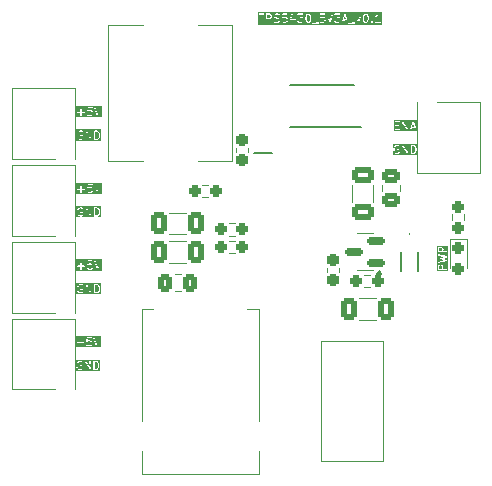
<source format=gbr>
%TF.GenerationSoftware,KiCad,Pcbnew,8.0.2*%
%TF.CreationDate,2024-05-06T11:08:46+09:00*%
%TF.ProjectId,5V-3A-BEC,35562d33-412d-4424-9543-2e6b69636164,0.1*%
%TF.SameCoordinates,Original*%
%TF.FileFunction,Legend,Top*%
%TF.FilePolarity,Positive*%
%FSLAX46Y46*%
G04 Gerber Fmt 4.6, Leading zero omitted, Abs format (unit mm)*
G04 Created by KiCad (PCBNEW 8.0.2) date 2024-05-06 11:08:46*
%MOMM*%
%LPD*%
G01*
G04 APERTURE LIST*
G04 Aperture macros list*
%AMRoundRect*
0 Rectangle with rounded corners*
0 $1 Rounding radius*
0 $2 $3 $4 $5 $6 $7 $8 $9 X,Y pos of 4 corners*
0 Add a 4 corners polygon primitive as box body*
4,1,4,$2,$3,$4,$5,$6,$7,$8,$9,$2,$3,0*
0 Add four circle primitives for the rounded corners*
1,1,$1+$1,$2,$3*
1,1,$1+$1,$4,$5*
1,1,$1+$1,$6,$7*
1,1,$1+$1,$8,$9*
0 Add four rect primitives between the rounded corners*
20,1,$1+$1,$2,$3,$4,$5,0*
20,1,$1+$1,$4,$5,$6,$7,0*
20,1,$1+$1,$6,$7,$8,$9,0*
20,1,$1+$1,$8,$9,$2,$3,0*%
G04 Aperture macros list end*
%ADD10C,0.100000*%
%ADD11C,0.200000*%
%ADD12C,0.120000*%
%ADD13R,2.200000X2.100000*%
%ADD14RoundRect,0.237500X0.237500X-0.300000X0.237500X0.300000X-0.237500X0.300000X-0.237500X-0.300000X0*%
%ADD15C,1.200000*%
%ADD16C,1.300000*%
%ADD17RoundRect,0.237500X-0.237500X0.287500X-0.237500X-0.287500X0.237500X-0.287500X0.237500X0.287500X0*%
%ADD18RoundRect,0.150000X0.587500X0.150000X-0.587500X0.150000X-0.587500X-0.150000X0.587500X-0.150000X0*%
%ADD19C,0.800000*%
%ADD20C,6.400000*%
%ADD21RoundRect,0.250000X-0.412500X-0.650000X0.412500X-0.650000X0.412500X0.650000X-0.412500X0.650000X0*%
%ADD22RoundRect,0.237500X0.250000X0.237500X-0.250000X0.237500X-0.250000X-0.237500X0.250000X-0.237500X0*%
%ADD23RoundRect,0.250000X0.475000X-0.337500X0.475000X0.337500X-0.475000X0.337500X-0.475000X-0.337500X0*%
%ADD24RoundRect,0.250000X0.412500X0.650000X-0.412500X0.650000X-0.412500X-0.650000X0.412500X-0.650000X0*%
%ADD25RoundRect,0.237500X-0.250000X-0.237500X0.250000X-0.237500X0.250000X0.237500X-0.250000X0.237500X0*%
%ADD26R,1.525000X0.650000*%
%ADD27R,2.600000X3.100000*%
%ADD28C,2.550000*%
%ADD29C,1.500000*%
%ADD30RoundRect,0.250000X0.337500X0.475000X-0.337500X0.475000X-0.337500X-0.475000X0.337500X-0.475000X0*%
%ADD31C,2.700000*%
%ADD32R,4.100000X4.100000*%
%ADD33RoundRect,0.237500X-0.237500X0.250000X-0.237500X-0.250000X0.237500X-0.250000X0.237500X0.250000X0*%
%ADD34RoundRect,0.250000X0.650000X-0.412500X0.650000X0.412500X-0.650000X0.412500X-0.650000X-0.412500X0*%
%ADD35R,1.450000X0.390000*%
G04 APERTURE END LIST*
D10*
G36*
X104884189Y-120466067D02*
G01*
X104969146Y-120491530D01*
X105021912Y-120540870D01*
X105021946Y-120540993D01*
X105051338Y-120594257D01*
X105051493Y-120597427D01*
X105084007Y-120715240D01*
X105083333Y-120718633D01*
X105086057Y-120803900D01*
X105084826Y-120806507D01*
X105057997Y-120926101D01*
X105055279Y-120929605D01*
X105030932Y-120983682D01*
X104978214Y-121040062D01*
X104900323Y-121068697D01*
X104900000Y-121068633D01*
X104783081Y-121071028D01*
X104779887Y-120467679D01*
X104883301Y-120465561D01*
X104884189Y-120466067D01*
G37*
G36*
X105261111Y-121246411D02*
G01*
X103138889Y-121246411D01*
X103138889Y-120718633D01*
X103216667Y-120718633D01*
X103219504Y-120807453D01*
X103217212Y-120811274D01*
X103218160Y-120830760D01*
X103251473Y-120951468D01*
X103250126Y-120955511D01*
X103255279Y-120974327D01*
X103287140Y-121032062D01*
X103287140Y-121037767D01*
X103297978Y-121053988D01*
X103363183Y-121114959D01*
X103367240Y-121123073D01*
X103379074Y-121129818D01*
X103380866Y-121131494D01*
X103382014Y-121131494D01*
X103384189Y-121132734D01*
X103476414Y-121160375D01*
X103480866Y-121164827D01*
X103500000Y-121168633D01*
X103503453Y-121168479D01*
X103503544Y-121168507D01*
X103503612Y-121168472D01*
X103558210Y-121166050D01*
X103563123Y-121168507D01*
X103582478Y-121166067D01*
X103676521Y-121131494D01*
X103685802Y-121131494D01*
X103697153Y-121123908D01*
X103699427Y-121123073D01*
X103699940Y-121122046D01*
X103702023Y-121120655D01*
X103746185Y-121071108D01*
X103746194Y-121071100D01*
X103750000Y-121051966D01*
X103746194Y-120799499D01*
X103719134Y-120772439D01*
X103700000Y-120768633D01*
X103547533Y-120772439D01*
X103520473Y-120799499D01*
X103520473Y-120837767D01*
X103547533Y-120864827D01*
X103566667Y-120868633D01*
X103650722Y-120866534D01*
X103653178Y-121029474D01*
X103643184Y-121040686D01*
X103566990Y-121068697D01*
X103566667Y-121068633D01*
X103514909Y-121070928D01*
X103430854Y-121045735D01*
X103378088Y-120996395D01*
X103378055Y-120996272D01*
X103348661Y-120943007D01*
X103348507Y-120939839D01*
X103315992Y-120822025D01*
X103316667Y-120818633D01*
X103313942Y-120733365D01*
X103315174Y-120730760D01*
X103342002Y-120611164D01*
X103344721Y-120607661D01*
X103369068Y-120553583D01*
X103421786Y-120497203D01*
X103499676Y-120468568D01*
X103500000Y-120468633D01*
X103583444Y-120465967D01*
X103663123Y-120501840D01*
X103699428Y-120489738D01*
X103716541Y-120455510D01*
X103704440Y-120419206D01*
X103703702Y-120418633D01*
X103950000Y-120418633D01*
X103953806Y-121137767D01*
X103980866Y-121164827D01*
X104019134Y-121164827D01*
X104046194Y-121137767D01*
X104050000Y-121118633D01*
X104047257Y-120600426D01*
X104353770Y-121131128D01*
X104353806Y-121137767D01*
X104362798Y-121146759D01*
X104369386Y-121158165D01*
X104376010Y-121159971D01*
X104380866Y-121164827D01*
X104393814Y-121164827D01*
X104406306Y-121168234D01*
X104412268Y-121164827D01*
X104419134Y-121164827D01*
X104428287Y-121155673D01*
X104439532Y-121149248D01*
X104441339Y-121142621D01*
X104446194Y-121137767D01*
X104450000Y-121118633D01*
X104446295Y-120418633D01*
X104683333Y-120418633D01*
X104687139Y-121137767D01*
X104714199Y-121164827D01*
X104733333Y-121168633D01*
X104890278Y-121165418D01*
X104896456Y-121168507D01*
X104915811Y-121166067D01*
X105009854Y-121131494D01*
X105019134Y-121131494D01*
X105030484Y-121123909D01*
X105032760Y-121123073D01*
X105033273Y-121122045D01*
X105035355Y-121120655D01*
X105093625Y-121058338D01*
X105099427Y-121056405D01*
X105111388Y-121040993D01*
X105112820Y-121037811D01*
X105112861Y-121037768D01*
X105112861Y-121037721D01*
X105137289Y-120983462D01*
X105140174Y-120981732D01*
X105148507Y-120964093D01*
X105176069Y-120841224D01*
X105179527Y-120837767D01*
X105183333Y-120818633D01*
X105180495Y-120729812D01*
X105182788Y-120725992D01*
X105181840Y-120706506D01*
X105148526Y-120585798D01*
X105149874Y-120581756D01*
X105144722Y-120562940D01*
X105112861Y-120505204D01*
X105112861Y-120499498D01*
X105102022Y-120483277D01*
X105036816Y-120422306D01*
X105032760Y-120414193D01*
X105020925Y-120407447D01*
X105019134Y-120405772D01*
X105017986Y-120405772D01*
X105015811Y-120404532D01*
X104923585Y-120376890D01*
X104919134Y-120372439D01*
X104900000Y-120368633D01*
X104714199Y-120372439D01*
X104687139Y-120399499D01*
X104683333Y-120418633D01*
X104446295Y-120418633D01*
X104446194Y-120399499D01*
X104419134Y-120372439D01*
X104380866Y-120372439D01*
X104353806Y-120399499D01*
X104350000Y-120418633D01*
X104352742Y-120936839D01*
X104046229Y-120406135D01*
X104046194Y-120399499D01*
X104037203Y-120390508D01*
X104030615Y-120379101D01*
X104023988Y-120377293D01*
X104019134Y-120372439D01*
X104006187Y-120372439D01*
X103993694Y-120369032D01*
X103987732Y-120372439D01*
X103980866Y-120372439D01*
X103971712Y-120381592D01*
X103960468Y-120388018D01*
X103958660Y-120394644D01*
X103953806Y-120399499D01*
X103950000Y-120418633D01*
X103703702Y-120418633D01*
X103689028Y-120407245D01*
X103625206Y-120378511D01*
X103619134Y-120372439D01*
X103605847Y-120369796D01*
X103603544Y-120368759D01*
X103602456Y-120369121D01*
X103600000Y-120368633D01*
X103509100Y-120371536D01*
X103503544Y-120368759D01*
X103484189Y-120371199D01*
X103390146Y-120405772D01*
X103380866Y-120405772D01*
X103369515Y-120413356D01*
X103367240Y-120414193D01*
X103366726Y-120415220D01*
X103364645Y-120416611D01*
X103306377Y-120478925D01*
X103300574Y-120480860D01*
X103288613Y-120496272D01*
X103287178Y-120499457D01*
X103287140Y-120499499D01*
X103287140Y-120499543D01*
X103262710Y-120553803D01*
X103259826Y-120555534D01*
X103251493Y-120573174D01*
X103223930Y-120696041D01*
X103220473Y-120699499D01*
X103216667Y-120718633D01*
X103138889Y-120718633D01*
X103138889Y-120290855D01*
X105261111Y-120290855D01*
X105261111Y-121246411D01*
G37*
G36*
X131783301Y-113569353D02*
G01*
X131583611Y-113571509D01*
X131682143Y-113270886D01*
X131783301Y-113569353D01*
G37*
G36*
X132044318Y-113946411D02*
G01*
X130055555Y-113946411D01*
X130055555Y-113118633D01*
X130133333Y-113118633D01*
X130137139Y-113837767D01*
X130164199Y-113864827D01*
X130183333Y-113868633D01*
X130535801Y-113864827D01*
X130562861Y-113837767D01*
X130562861Y-113799499D01*
X130535801Y-113772439D01*
X130516667Y-113768633D01*
X130233084Y-113771695D01*
X130231653Y-113501237D01*
X130435801Y-113498160D01*
X130462861Y-113471100D01*
X130462861Y-113432832D01*
X130435801Y-113405772D01*
X130416667Y-113401966D01*
X130231142Y-113404762D01*
X130229890Y-113168130D01*
X130535801Y-113164827D01*
X130562861Y-113137767D01*
X130562861Y-113118633D01*
X130766666Y-113118633D01*
X130770472Y-113837767D01*
X130797532Y-113864827D01*
X130835800Y-113864827D01*
X130862860Y-113837767D01*
X130866666Y-113818633D01*
X130863923Y-113300426D01*
X131170436Y-113831128D01*
X131170472Y-113837767D01*
X131179464Y-113846759D01*
X131186052Y-113858165D01*
X131192676Y-113859971D01*
X131197532Y-113864827D01*
X131210480Y-113864827D01*
X131222972Y-113868234D01*
X131228934Y-113864827D01*
X131235800Y-113864827D01*
X131244953Y-113855673D01*
X131256198Y-113849248D01*
X131258005Y-113842621D01*
X131262860Y-113837767D01*
X131265961Y-113822177D01*
X131400125Y-113822177D01*
X131417239Y-113856406D01*
X131453543Y-113868507D01*
X131487772Y-113851393D01*
X131497433Y-113834444D01*
X131551903Y-113668252D01*
X131815855Y-113665402D01*
X131878893Y-113851393D01*
X131913122Y-113868507D01*
X131949426Y-113856406D01*
X131966540Y-113822178D01*
X131964100Y-113802822D01*
X131896193Y-113602463D01*
X131896193Y-113599499D01*
X131894672Y-113597978D01*
X131732125Y-113118387D01*
X131733207Y-113115089D01*
X131726380Y-113101436D01*
X131721106Y-113085873D01*
X131717763Y-113084202D01*
X131716093Y-113080860D01*
X131701053Y-113075846D01*
X131686877Y-113068759D01*
X131683333Y-113069940D01*
X131679789Y-113068759D01*
X131665612Y-113075846D01*
X131650573Y-113080860D01*
X131648902Y-113084202D01*
X131645560Y-113085873D01*
X131635899Y-113102822D01*
X131474395Y-113595575D01*
X131470472Y-113599499D01*
X131470472Y-113607545D01*
X131400125Y-113822177D01*
X131265961Y-113822177D01*
X131266666Y-113818633D01*
X131262860Y-113099499D01*
X131235800Y-113072439D01*
X131197532Y-113072439D01*
X131170472Y-113099499D01*
X131166666Y-113118633D01*
X131169408Y-113636839D01*
X130862895Y-113106135D01*
X130862860Y-113099499D01*
X130853869Y-113090508D01*
X130847281Y-113079101D01*
X130840654Y-113077293D01*
X130835800Y-113072439D01*
X130822853Y-113072439D01*
X130810360Y-113069032D01*
X130804398Y-113072439D01*
X130797532Y-113072439D01*
X130788378Y-113081592D01*
X130777134Y-113088018D01*
X130775326Y-113094644D01*
X130770472Y-113099499D01*
X130766666Y-113118633D01*
X130562861Y-113118633D01*
X130562861Y-113099499D01*
X130535801Y-113072439D01*
X130516667Y-113068633D01*
X130164199Y-113072439D01*
X130137139Y-113099499D01*
X130133333Y-113118633D01*
X130055555Y-113118633D01*
X130055555Y-112990855D01*
X132044318Y-112990855D01*
X132044318Y-113946411D01*
G37*
G36*
X134083722Y-125327418D02*
G01*
X134108358Y-125349379D01*
X134135389Y-125398360D01*
X134138212Y-125610346D01*
X133868013Y-125611776D01*
X133865321Y-125409657D01*
X133887719Y-125359908D01*
X133909679Y-125335273D01*
X133958899Y-125308111D01*
X134035410Y-125305667D01*
X134083722Y-125327418D01*
G37*
G36*
X134083722Y-123827418D02*
G01*
X134108358Y-123849379D01*
X134135389Y-123898360D01*
X134136755Y-124000943D01*
X134136484Y-124002481D01*
X134136781Y-124002905D01*
X134138212Y-124110346D01*
X133868013Y-124111776D01*
X133865321Y-123909657D01*
X133887719Y-123859908D01*
X133909679Y-123835273D01*
X133958899Y-123808111D01*
X134035410Y-123805667D01*
X134083722Y-123827418D01*
G37*
G36*
X134645976Y-125786111D02*
G01*
X133690855Y-125786111D01*
X133690855Y-125391666D01*
X133768633Y-125391666D01*
X133772439Y-125677467D01*
X133799499Y-125704527D01*
X133818633Y-125708333D01*
X134537767Y-125704527D01*
X134564827Y-125677467D01*
X134564827Y-125639199D01*
X134537767Y-125612139D01*
X134518633Y-125608333D01*
X134234654Y-125609835D01*
X134231834Y-125398138D01*
X134235174Y-125388121D01*
X134231524Y-125374793D01*
X134231494Y-125372532D01*
X134230682Y-125371720D01*
X134230021Y-125369305D01*
X134198160Y-125311570D01*
X134198160Y-125305867D01*
X134187322Y-125289645D01*
X134184838Y-125287431D01*
X134184726Y-125287227D01*
X134184539Y-125287164D01*
X134157914Y-125263430D01*
X134156406Y-125258906D01*
X134140994Y-125246945D01*
X134137814Y-125245513D01*
X134137768Y-125245472D01*
X134137722Y-125245472D01*
X134077172Y-125218211D01*
X134071100Y-125212139D01*
X134057813Y-125209496D01*
X134055510Y-125208459D01*
X134054422Y-125208821D01*
X134051966Y-125208333D01*
X133957133Y-125211362D01*
X133948422Y-125208459D01*
X133935268Y-125212061D01*
X133932832Y-125212139D01*
X133932020Y-125212950D01*
X133929605Y-125213612D01*
X133871871Y-125245472D01*
X133866165Y-125245472D01*
X133849944Y-125256311D01*
X133847731Y-125258793D01*
X133847527Y-125258906D01*
X133847464Y-125259092D01*
X133823730Y-125285718D01*
X133819206Y-125287227D01*
X133807245Y-125302639D01*
X133805812Y-125305820D01*
X133805772Y-125305866D01*
X133805772Y-125305910D01*
X133778511Y-125366459D01*
X133772439Y-125372532D01*
X133769796Y-125385816D01*
X133768759Y-125388121D01*
X133769121Y-125389209D01*
X133768633Y-125391666D01*
X133690855Y-125391666D01*
X133690855Y-124432914D01*
X133769263Y-124432914D01*
X133789320Y-124465506D01*
X133807052Y-124473640D01*
X134322604Y-124593587D01*
X134018292Y-124677054D01*
X134012047Y-124675436D01*
X134001114Y-124681765D01*
X133988243Y-124685296D01*
X133984827Y-124691194D01*
X133978929Y-124694610D01*
X133975580Y-124707168D01*
X133969069Y-124718415D01*
X133970825Y-124725000D01*
X133969069Y-124731586D01*
X133975580Y-124742832D01*
X133978929Y-124755390D01*
X133984827Y-124758805D01*
X133988243Y-124764704D01*
X134005750Y-124773312D01*
X134321034Y-124854996D01*
X133789320Y-124984494D01*
X133769263Y-125017086D01*
X133778127Y-125054313D01*
X133810719Y-125074370D01*
X133830214Y-125073640D01*
X134518209Y-124906081D01*
X134525218Y-124907897D01*
X134535721Y-124901816D01*
X134547946Y-124898839D01*
X134551865Y-124892469D01*
X134558337Y-124888723D01*
X134561522Y-124876778D01*
X134568003Y-124866247D01*
X134566270Y-124858971D01*
X134568197Y-124851747D01*
X134562003Y-124841048D01*
X134559139Y-124829020D01*
X134552769Y-124825100D01*
X134549023Y-124818629D01*
X134531516Y-124810021D01*
X134205566Y-124725573D01*
X134519641Y-124639429D01*
X134526548Y-124641036D01*
X134536811Y-124634719D01*
X134549024Y-124631370D01*
X134552770Y-124624898D01*
X134559139Y-124620979D01*
X134562002Y-124608952D01*
X134568198Y-124598251D01*
X134566271Y-124591025D01*
X134568003Y-124583752D01*
X134561523Y-124573222D01*
X134558337Y-124561275D01*
X134551864Y-124557528D01*
X134547946Y-124551160D01*
X134530214Y-124543026D01*
X133810719Y-124375630D01*
X133778127Y-124395687D01*
X133769263Y-124432914D01*
X133690855Y-124432914D01*
X133690855Y-123891666D01*
X133768633Y-123891666D01*
X133772439Y-124177467D01*
X133799499Y-124204527D01*
X133818633Y-124208333D01*
X134537767Y-124204527D01*
X134564827Y-124177467D01*
X134564827Y-124139199D01*
X134537767Y-124112139D01*
X134518633Y-124108333D01*
X134234654Y-124109835D01*
X134233441Y-124018739D01*
X134560799Y-123785204D01*
X134567449Y-123747518D01*
X134545504Y-123716167D01*
X134507818Y-123709517D01*
X134489960Y-123717371D01*
X134231879Y-123901484D01*
X134231834Y-123898138D01*
X134235174Y-123888121D01*
X134231524Y-123874793D01*
X134231494Y-123872532D01*
X134230682Y-123871720D01*
X134230021Y-123869305D01*
X134198160Y-123811570D01*
X134198160Y-123805867D01*
X134187322Y-123789645D01*
X134184838Y-123787431D01*
X134184726Y-123787227D01*
X134184539Y-123787164D01*
X134157914Y-123763430D01*
X134156406Y-123758906D01*
X134140994Y-123746945D01*
X134137814Y-123745513D01*
X134137768Y-123745472D01*
X134137722Y-123745472D01*
X134077172Y-123718211D01*
X134071100Y-123712139D01*
X134057813Y-123709496D01*
X134055510Y-123708459D01*
X134054422Y-123708821D01*
X134051966Y-123708333D01*
X133957133Y-123711362D01*
X133948422Y-123708459D01*
X133935268Y-123712061D01*
X133932832Y-123712139D01*
X133932020Y-123712950D01*
X133929605Y-123713612D01*
X133871871Y-123745472D01*
X133866165Y-123745472D01*
X133849944Y-123756311D01*
X133847731Y-123758793D01*
X133847527Y-123758906D01*
X133847464Y-123759092D01*
X133823730Y-123785718D01*
X133819206Y-123787227D01*
X133807245Y-123802639D01*
X133805812Y-123805820D01*
X133805772Y-123805866D01*
X133805772Y-123805910D01*
X133778511Y-123866459D01*
X133772439Y-123872532D01*
X133769796Y-123885816D01*
X133768759Y-123888121D01*
X133769121Y-123889209D01*
X133768633Y-123891666D01*
X133690855Y-123891666D01*
X133690855Y-123630555D01*
X134645976Y-123630555D01*
X134645976Y-125786111D01*
G37*
G36*
X105327652Y-125746411D02*
G01*
X103176027Y-125746411D01*
X103176027Y-125332832D01*
X103253805Y-125332832D01*
X103253805Y-125371100D01*
X103280865Y-125398160D01*
X103299999Y-125401966D01*
X103518837Y-125400458D01*
X103520472Y-125637767D01*
X103547532Y-125664827D01*
X103585800Y-125664827D01*
X103612860Y-125637767D01*
X103616666Y-125618633D01*
X103615158Y-125399794D01*
X103852467Y-125398160D01*
X103879527Y-125371100D01*
X103879527Y-125332832D01*
X103852467Y-125305772D01*
X103833333Y-125301966D01*
X103614494Y-125303473D01*
X103614239Y-125266409D01*
X104085464Y-125266409D01*
X104087139Y-125268456D01*
X104087139Y-125271100D01*
X104099039Y-125283000D01*
X104109698Y-125296027D01*
X104112329Y-125296290D01*
X104114199Y-125298160D01*
X104131027Y-125298160D01*
X104147776Y-125299835D01*
X104149823Y-125298160D01*
X104152467Y-125298160D01*
X104168688Y-125287321D01*
X104191045Y-125262239D01*
X104240116Y-125235161D01*
X104382574Y-125232242D01*
X104431755Y-125254385D01*
X104456393Y-125276346D01*
X104483471Y-125325416D01*
X104486390Y-125467874D01*
X104464247Y-125517056D01*
X104442286Y-125541692D01*
X104393216Y-125568771D01*
X104250758Y-125571690D01*
X104201575Y-125549547D01*
X104152468Y-125505772D01*
X104114199Y-125505772D01*
X104087139Y-125532831D01*
X104087139Y-125571100D01*
X104097977Y-125587321D01*
X104127386Y-125613536D01*
X104128894Y-125618060D01*
X104144306Y-125630021D01*
X104147483Y-125631451D01*
X104147531Y-125631494D01*
X104147578Y-125631494D01*
X104208125Y-125658753D01*
X104214199Y-125664827D01*
X104227485Y-125667469D01*
X104229789Y-125668507D01*
X104230876Y-125668144D01*
X104233333Y-125668633D01*
X104394046Y-125665340D01*
X104403545Y-125668507D01*
X104416808Y-125664874D01*
X104419134Y-125664827D01*
X104419945Y-125664015D01*
X104422361Y-125663354D01*
X104480095Y-125631494D01*
X104485800Y-125631494D01*
X104502021Y-125620655D01*
X104504232Y-125618173D01*
X104504439Y-125618060D01*
X104504501Y-125617872D01*
X104528235Y-125591247D01*
X104532760Y-125589739D01*
X104544721Y-125574327D01*
X104546152Y-125571147D01*
X104546194Y-125571101D01*
X104546194Y-125571055D01*
X104573453Y-125510507D01*
X104579527Y-125504434D01*
X104582169Y-125491147D01*
X104583207Y-125488844D01*
X104582844Y-125487756D01*
X104583333Y-125485300D01*
X104580040Y-125324587D01*
X104583207Y-125315089D01*
X104579574Y-125301822D01*
X104579527Y-125299499D01*
X104578716Y-125298688D01*
X104578055Y-125296273D01*
X104546194Y-125238537D01*
X104546194Y-125232831D01*
X104535355Y-125216610D01*
X104532871Y-125214396D01*
X104532760Y-125214194D01*
X104532575Y-125214132D01*
X104505946Y-125190397D01*
X104504439Y-125185873D01*
X104489027Y-125173912D01*
X104485845Y-125172479D01*
X104485800Y-125172439D01*
X104485755Y-125172439D01*
X104425206Y-125145178D01*
X104419134Y-125139106D01*
X104405849Y-125136463D01*
X104403545Y-125135426D01*
X104402456Y-125135788D01*
X104400000Y-125135300D01*
X104239287Y-125138592D01*
X104229789Y-125135426D01*
X104216522Y-125139058D01*
X104214199Y-125139106D01*
X104213388Y-125139916D01*
X104210973Y-125140578D01*
X104192553Y-125150742D01*
X104208830Y-124968177D01*
X104519134Y-124964827D01*
X104546194Y-124937767D01*
X104546194Y-124915089D01*
X104683459Y-124915089D01*
X104685899Y-124934444D01*
X104917873Y-125618878D01*
X104916793Y-125622177D01*
X104923619Y-125635829D01*
X104928894Y-125651393D01*
X104932236Y-125653063D01*
X104933907Y-125656406D01*
X104948946Y-125661419D01*
X104963123Y-125668507D01*
X104966667Y-125667325D01*
X104970211Y-125668507D01*
X104984387Y-125661419D01*
X104999427Y-125656406D01*
X105001097Y-125653063D01*
X105004440Y-125651393D01*
X105014101Y-125634444D01*
X105249874Y-124915088D01*
X105232760Y-124880860D01*
X105196456Y-124868759D01*
X105162227Y-124885873D01*
X105152566Y-124902821D01*
X104967856Y-125466379D01*
X104771106Y-124885873D01*
X104736877Y-124868759D01*
X104700573Y-124880860D01*
X104683459Y-124915089D01*
X104546194Y-124915089D01*
X104546194Y-124899499D01*
X104519134Y-124872439D01*
X104500000Y-124868633D01*
X104166873Y-124872230D01*
X104152223Y-124870765D01*
X104150212Y-124872410D01*
X104147532Y-124872439D01*
X104135629Y-124884341D01*
X104122605Y-124894998D01*
X104121565Y-124898405D01*
X104120472Y-124899499D01*
X104120472Y-124901991D01*
X104116914Y-124913658D01*
X104088604Y-125231188D01*
X104087139Y-125232832D01*
X104087139Y-125247621D01*
X104085464Y-125266409D01*
X103614239Y-125266409D01*
X103612860Y-125066166D01*
X103585800Y-125039106D01*
X103547532Y-125039106D01*
X103520472Y-125066166D01*
X103516666Y-125085300D01*
X103518173Y-125304137D01*
X103280865Y-125305772D01*
X103253805Y-125332832D01*
X103176027Y-125332832D01*
X103176027Y-124790855D01*
X105327652Y-124790855D01*
X105327652Y-125746411D01*
G37*
G36*
X126016636Y-104469353D02*
G01*
X125816946Y-104471509D01*
X125915478Y-104170886D01*
X126016636Y-104469353D01*
G37*
G36*
X122881756Y-104087718D02*
G01*
X122906392Y-104109679D01*
X122934672Y-104160924D01*
X122934827Y-104164093D01*
X122967341Y-104281907D01*
X122966667Y-104285300D01*
X122969763Y-104436446D01*
X122968160Y-104439840D01*
X122941331Y-104559435D01*
X122938613Y-104562939D01*
X122914247Y-104617055D01*
X122892287Y-104641692D01*
X122842897Y-104668948D01*
X122798994Y-104670895D01*
X122751576Y-104649547D01*
X122726941Y-104627586D01*
X122698661Y-104576341D01*
X122698507Y-104573173D01*
X122665992Y-104455358D01*
X122666667Y-104451966D01*
X122663570Y-104300820D01*
X122665174Y-104297427D01*
X122692002Y-104177830D01*
X122694721Y-104174327D01*
X122719086Y-104120210D01*
X122741047Y-104095572D01*
X122790436Y-104068317D01*
X122834339Y-104066370D01*
X122881756Y-104087718D01*
G37*
G36*
X127748423Y-104087718D02*
G01*
X127773059Y-104109679D01*
X127801339Y-104160924D01*
X127801494Y-104164093D01*
X127834008Y-104281907D01*
X127833334Y-104285300D01*
X127836430Y-104436446D01*
X127834827Y-104439840D01*
X127807998Y-104559435D01*
X127805280Y-104562939D01*
X127780914Y-104617055D01*
X127758954Y-104641692D01*
X127709564Y-104668948D01*
X127665661Y-104670895D01*
X127618243Y-104649547D01*
X127593608Y-104627586D01*
X127565328Y-104576341D01*
X127565174Y-104573173D01*
X127532659Y-104455358D01*
X127533334Y-104451966D01*
X127530237Y-104300820D01*
X127531841Y-104297427D01*
X127558669Y-104177830D01*
X127561388Y-104174327D01*
X127585753Y-104120210D01*
X127607714Y-104095572D01*
X127657103Y-104068317D01*
X127701006Y-104066370D01*
X127748423Y-104087718D01*
G37*
G36*
X119581755Y-104087718D02*
G01*
X119606391Y-104109679D01*
X119633553Y-104158899D01*
X119635997Y-104235409D01*
X119614245Y-104283725D01*
X119592287Y-104308358D01*
X119543305Y-104335389D01*
X119331318Y-104338212D01*
X119329888Y-104068013D01*
X119532008Y-104065321D01*
X119581755Y-104087718D01*
G37*
G36*
X129007306Y-104913078D02*
G01*
X118526027Y-104913078D01*
X118526027Y-103999499D01*
X118603805Y-103999499D01*
X118603805Y-104037767D01*
X118630865Y-104064827D01*
X118649999Y-104068633D01*
X118800256Y-104067268D01*
X118803805Y-104737767D01*
X118830865Y-104764827D01*
X118869133Y-104764827D01*
X118896193Y-104737767D01*
X118899999Y-104718633D01*
X118896547Y-104066394D01*
X119069133Y-104064827D01*
X119096193Y-104037767D01*
X119096193Y-104018633D01*
X119233332Y-104018633D01*
X119237138Y-104737767D01*
X119264198Y-104764827D01*
X119302466Y-104764827D01*
X119329526Y-104737767D01*
X119333332Y-104718633D01*
X119331829Y-104434654D01*
X119543526Y-104431835D01*
X119553544Y-104435174D01*
X119566871Y-104431524D01*
X119569133Y-104431494D01*
X119569944Y-104430682D01*
X119572360Y-104430021D01*
X119630095Y-104398160D01*
X119635800Y-104398160D01*
X119652021Y-104387321D01*
X119654232Y-104384839D01*
X119654439Y-104384726D01*
X119654501Y-104384538D01*
X119678234Y-104357913D01*
X119682759Y-104356405D01*
X119694720Y-104340993D01*
X119696151Y-104337813D01*
X119696193Y-104337767D01*
X119696193Y-104337721D01*
X119723452Y-104277173D01*
X119729526Y-104271100D01*
X119732168Y-104257813D01*
X119733206Y-104255510D01*
X119732843Y-104254422D01*
X119733332Y-104251966D01*
X119730302Y-104157133D01*
X119732025Y-104151966D01*
X119899999Y-104151966D01*
X119902762Y-104214264D01*
X119900125Y-104222177D01*
X119903691Y-104235198D01*
X119903805Y-104237767D01*
X119904616Y-104238578D01*
X119905278Y-104240993D01*
X119937138Y-104298728D01*
X119937138Y-104304435D01*
X119947977Y-104320656D01*
X119950459Y-104322868D01*
X119950572Y-104323073D01*
X119950758Y-104323135D01*
X119977384Y-104346868D01*
X119978893Y-104351393D01*
X119994305Y-104363354D01*
X119997488Y-104364787D01*
X119997533Y-104364827D01*
X119997577Y-104364827D01*
X120051833Y-104389254D01*
X120053565Y-104392140D01*
X120071205Y-104400473D01*
X120190802Y-104427303D01*
X120194305Y-104430021D01*
X120248421Y-104454385D01*
X120273059Y-104476346D01*
X120300314Y-104525735D01*
X120302261Y-104569638D01*
X120280913Y-104617056D01*
X120258952Y-104641692D01*
X120209882Y-104668771D01*
X120066697Y-104671704D01*
X120065810Y-104671199D01*
X119946455Y-104635426D01*
X119912226Y-104652540D01*
X119900125Y-104688844D01*
X119917239Y-104723073D01*
X119934188Y-104732734D01*
X120026413Y-104760375D01*
X120030865Y-104764827D01*
X120049999Y-104768633D01*
X120210712Y-104765340D01*
X120220211Y-104768507D01*
X120233474Y-104764874D01*
X120235800Y-104764827D01*
X120236611Y-104764015D01*
X120239027Y-104763354D01*
X120296761Y-104731494D01*
X120302466Y-104731494D01*
X120318687Y-104720655D01*
X120320898Y-104718173D01*
X120321105Y-104718060D01*
X120321167Y-104717872D01*
X120344901Y-104691247D01*
X120349426Y-104689739D01*
X120361387Y-104674327D01*
X120362818Y-104671147D01*
X120362860Y-104671101D01*
X120362860Y-104671055D01*
X120390119Y-104610507D01*
X120396193Y-104604434D01*
X120398835Y-104591147D01*
X120399873Y-104588844D01*
X120399510Y-104587756D01*
X120399999Y-104585300D01*
X120397235Y-104523001D01*
X120399873Y-104515089D01*
X120396306Y-104502064D01*
X120396193Y-104499499D01*
X120395382Y-104498688D01*
X120394721Y-104496273D01*
X120362860Y-104438537D01*
X120362860Y-104432831D01*
X120352021Y-104416610D01*
X120349537Y-104414396D01*
X120349426Y-104414194D01*
X120349241Y-104414132D01*
X120322612Y-104390397D01*
X120321105Y-104385873D01*
X120305693Y-104373912D01*
X120302511Y-104372479D01*
X120302466Y-104372439D01*
X120302421Y-104372439D01*
X120289028Y-104366409D01*
X120568797Y-104366409D01*
X120570472Y-104368456D01*
X120570472Y-104371100D01*
X120582372Y-104383000D01*
X120593031Y-104396027D01*
X120595662Y-104396290D01*
X120597532Y-104398160D01*
X120614360Y-104398160D01*
X120631109Y-104399835D01*
X120633156Y-104398160D01*
X120635800Y-104398160D01*
X120652021Y-104387321D01*
X120674378Y-104362239D01*
X120723449Y-104335161D01*
X120865907Y-104332242D01*
X120915088Y-104354385D01*
X120939726Y-104376346D01*
X120966804Y-104425416D01*
X120969723Y-104567874D01*
X120947580Y-104617056D01*
X120925619Y-104641692D01*
X120876549Y-104668771D01*
X120734091Y-104671690D01*
X120684908Y-104649547D01*
X120635801Y-104605772D01*
X120597532Y-104605772D01*
X120570472Y-104632831D01*
X120570472Y-104671100D01*
X120581310Y-104687321D01*
X120610719Y-104713536D01*
X120612227Y-104718060D01*
X120627639Y-104730021D01*
X120630816Y-104731451D01*
X120630864Y-104731494D01*
X120630911Y-104731494D01*
X120691458Y-104758753D01*
X120697532Y-104764827D01*
X120710818Y-104767469D01*
X120713122Y-104768507D01*
X120714209Y-104768144D01*
X120716666Y-104768633D01*
X120877379Y-104765340D01*
X120886878Y-104768507D01*
X120900141Y-104764874D01*
X120902467Y-104764827D01*
X120903278Y-104764015D01*
X120905694Y-104763354D01*
X120963428Y-104731494D01*
X120969133Y-104731494D01*
X120985354Y-104720655D01*
X120987565Y-104718173D01*
X120987772Y-104718060D01*
X120987834Y-104717872D01*
X121011568Y-104691247D01*
X121016093Y-104689739D01*
X121028054Y-104674327D01*
X121029485Y-104671147D01*
X121029527Y-104671101D01*
X121029527Y-104671055D01*
X121056786Y-104610507D01*
X121062860Y-104604434D01*
X121065502Y-104591147D01*
X121066540Y-104588844D01*
X121066177Y-104587756D01*
X121066666Y-104585300D01*
X121064690Y-104488844D01*
X121233459Y-104488844D01*
X121237139Y-104496204D01*
X121237139Y-104504434D01*
X121245368Y-104512663D01*
X121250573Y-104523073D01*
X121258380Y-104525675D01*
X121264199Y-104531494D01*
X121283333Y-104535300D01*
X121568866Y-104532898D01*
X121570472Y-104737767D01*
X121597532Y-104764827D01*
X121635800Y-104764827D01*
X121662860Y-104737767D01*
X121666666Y-104718633D01*
X121665204Y-104532087D01*
X121735800Y-104531494D01*
X121762860Y-104504434D01*
X121762860Y-104466166D01*
X121735800Y-104439106D01*
X121716666Y-104435300D01*
X121664449Y-104435739D01*
X121662860Y-104232832D01*
X121635800Y-104205772D01*
X121597532Y-104205772D01*
X121570472Y-104232832D01*
X121566666Y-104251966D01*
X121568112Y-104436549D01*
X121351194Y-104438374D01*
X121494097Y-103999499D01*
X121870473Y-103999499D01*
X121870473Y-104037767D01*
X121897533Y-104064827D01*
X121916667Y-104068633D01*
X122243648Y-104065882D01*
X122080974Y-104255664D01*
X122070473Y-104266166D01*
X122070473Y-104267916D01*
X122069303Y-104269281D01*
X122070473Y-104286835D01*
X122070473Y-104304434D01*
X122071729Y-104305690D01*
X122071848Y-104307465D01*
X122085092Y-104319053D01*
X122097533Y-104331494D01*
X122099833Y-104331951D01*
X122100648Y-104332664D01*
X122102720Y-104332525D01*
X122116667Y-104335300D01*
X122200110Y-104332634D01*
X122248422Y-104354385D01*
X122273060Y-104376346D01*
X122300138Y-104425416D01*
X122303057Y-104567874D01*
X122280914Y-104617056D01*
X122258953Y-104641692D01*
X122209922Y-104668750D01*
X122034336Y-104671799D01*
X121984909Y-104649547D01*
X121935802Y-104605772D01*
X121897533Y-104605772D01*
X121870473Y-104632831D01*
X121870473Y-104671100D01*
X121881311Y-104687321D01*
X121910720Y-104713536D01*
X121912228Y-104718060D01*
X121927640Y-104730021D01*
X121930817Y-104731451D01*
X121930865Y-104731494D01*
X121930912Y-104731494D01*
X121991459Y-104758753D01*
X121997533Y-104764827D01*
X122010819Y-104767469D01*
X122013123Y-104768507D01*
X122014210Y-104768144D01*
X122016667Y-104768633D01*
X122210490Y-104765266D01*
X122220212Y-104768507D01*
X122233503Y-104764866D01*
X122235801Y-104764827D01*
X122236612Y-104764015D01*
X122239028Y-104763354D01*
X122296762Y-104731494D01*
X122302467Y-104731494D01*
X122318688Y-104720655D01*
X122320899Y-104718173D01*
X122321106Y-104718060D01*
X122321168Y-104717872D01*
X122344902Y-104691247D01*
X122349427Y-104689739D01*
X122361388Y-104674327D01*
X122362819Y-104671147D01*
X122362861Y-104671101D01*
X122362861Y-104671055D01*
X122390120Y-104610507D01*
X122396194Y-104604434D01*
X122398836Y-104591147D01*
X122399874Y-104588844D01*
X122399511Y-104587756D01*
X122400000Y-104585300D01*
X122396707Y-104424587D01*
X122399874Y-104415089D01*
X122396241Y-104401822D01*
X122396194Y-104399499D01*
X122395383Y-104398688D01*
X122394722Y-104396273D01*
X122362861Y-104338537D01*
X122362861Y-104332831D01*
X122352022Y-104316610D01*
X122349538Y-104314396D01*
X122349427Y-104314194D01*
X122349242Y-104314132D01*
X122322613Y-104290397D01*
X122321106Y-104285873D01*
X122320368Y-104285300D01*
X122566667Y-104285300D01*
X122569840Y-104440226D01*
X122567212Y-104444607D01*
X122568160Y-104464093D01*
X122601473Y-104584801D01*
X122600126Y-104588845D01*
X122605279Y-104607661D01*
X122637140Y-104665395D01*
X122637140Y-104671100D01*
X122647978Y-104687321D01*
X122650461Y-104689534D01*
X122650574Y-104689739D01*
X122650760Y-104689801D01*
X122677387Y-104713536D01*
X122678895Y-104718060D01*
X122694307Y-104730021D01*
X122697484Y-104731451D01*
X122697532Y-104731494D01*
X122697579Y-104731494D01*
X122758126Y-104758753D01*
X122764200Y-104764827D01*
X122777486Y-104767469D01*
X122779790Y-104768507D01*
X122780877Y-104768144D01*
X122783334Y-104768633D01*
X122845632Y-104765869D01*
X122853544Y-104768507D01*
X122862090Y-104766166D01*
X123103807Y-104766166D01*
X123103807Y-104804434D01*
X123130867Y-104831494D01*
X123150001Y-104835300D01*
X123702468Y-104831494D01*
X123729528Y-104804434D01*
X123729528Y-104766166D01*
X123702468Y-104739106D01*
X123683334Y-104735300D01*
X123130867Y-104739106D01*
X123103807Y-104766166D01*
X122862090Y-104766166D01*
X122866565Y-104764940D01*
X122869134Y-104764827D01*
X122869945Y-104764015D01*
X122872360Y-104763354D01*
X122930095Y-104731494D01*
X122935802Y-104731494D01*
X122952023Y-104720655D01*
X122954235Y-104718172D01*
X122954440Y-104718060D01*
X122954502Y-104717873D01*
X122978235Y-104691247D01*
X122982760Y-104689739D01*
X122994721Y-104674327D01*
X122996154Y-104671143D01*
X122996194Y-104671099D01*
X122996194Y-104671055D01*
X123020623Y-104616796D01*
X123023508Y-104615066D01*
X123031841Y-104597427D01*
X123059403Y-104474557D01*
X123062861Y-104471100D01*
X123066667Y-104451966D01*
X123064914Y-104366409D01*
X123768798Y-104366409D01*
X123770473Y-104368456D01*
X123770473Y-104371100D01*
X123782373Y-104383000D01*
X123793032Y-104396027D01*
X123795663Y-104396290D01*
X123797533Y-104398160D01*
X123814361Y-104398160D01*
X123831110Y-104399835D01*
X123833157Y-104398160D01*
X123835801Y-104398160D01*
X123852022Y-104387321D01*
X123874379Y-104362239D01*
X123923450Y-104335161D01*
X124065908Y-104332242D01*
X124115089Y-104354385D01*
X124139727Y-104376346D01*
X124166805Y-104425416D01*
X124169724Y-104567874D01*
X124147581Y-104617056D01*
X124125620Y-104641692D01*
X124076550Y-104668771D01*
X123934092Y-104671690D01*
X123884909Y-104649547D01*
X123835802Y-104605772D01*
X123797533Y-104605772D01*
X123770473Y-104632831D01*
X123770473Y-104671100D01*
X123781311Y-104687321D01*
X123810720Y-104713536D01*
X123812228Y-104718060D01*
X123827640Y-104730021D01*
X123830817Y-104731451D01*
X123830865Y-104731494D01*
X123830912Y-104731494D01*
X123891459Y-104758753D01*
X123897533Y-104764827D01*
X123910819Y-104767469D01*
X123913123Y-104768507D01*
X123914210Y-104768144D01*
X123916667Y-104768633D01*
X124077380Y-104765340D01*
X124086879Y-104768507D01*
X124100142Y-104764874D01*
X124102468Y-104764827D01*
X124103279Y-104764015D01*
X124105695Y-104763354D01*
X124163429Y-104731494D01*
X124169134Y-104731494D01*
X124185355Y-104720655D01*
X124187566Y-104718173D01*
X124187773Y-104718060D01*
X124187835Y-104717872D01*
X124211569Y-104691247D01*
X124216094Y-104689739D01*
X124228055Y-104674327D01*
X124229486Y-104671147D01*
X124229528Y-104671101D01*
X124229528Y-104671055D01*
X124256787Y-104610507D01*
X124262861Y-104604434D01*
X124265503Y-104591147D01*
X124266541Y-104588844D01*
X124266178Y-104587756D01*
X124266667Y-104585300D01*
X124263374Y-104424587D01*
X124266541Y-104415089D01*
X124262908Y-104401822D01*
X124262861Y-104399499D01*
X124262050Y-104398688D01*
X124261389Y-104396273D01*
X124229528Y-104338537D01*
X124229528Y-104332831D01*
X124218689Y-104316610D01*
X124216205Y-104314396D01*
X124216094Y-104314194D01*
X124215909Y-104314132D01*
X124189280Y-104290397D01*
X124187773Y-104285873D01*
X124172361Y-104273912D01*
X124169179Y-104272479D01*
X124169134Y-104272439D01*
X124169089Y-104272439D01*
X124108540Y-104245178D01*
X124102468Y-104239106D01*
X124089183Y-104236463D01*
X124086879Y-104235426D01*
X124085790Y-104235788D01*
X124083334Y-104235300D01*
X123922621Y-104238592D01*
X123913123Y-104235426D01*
X123899856Y-104239058D01*
X123897533Y-104239106D01*
X123896722Y-104239916D01*
X123894307Y-104240578D01*
X123875887Y-104250742D01*
X123892164Y-104068177D01*
X124202468Y-104064827D01*
X124229528Y-104037767D01*
X124229528Y-104015089D01*
X124366793Y-104015089D01*
X124369233Y-104034444D01*
X124601207Y-104718878D01*
X124600127Y-104722177D01*
X124606953Y-104735829D01*
X124612228Y-104751393D01*
X124615570Y-104753063D01*
X124617241Y-104756406D01*
X124632280Y-104761419D01*
X124646457Y-104768507D01*
X124650001Y-104767325D01*
X124653545Y-104768507D01*
X124667721Y-104761419D01*
X124682761Y-104756406D01*
X124684431Y-104753063D01*
X124687774Y-104751393D01*
X124697435Y-104734444D01*
X124933208Y-104015088D01*
X124925413Y-103999499D01*
X125003807Y-103999499D01*
X125003807Y-104037767D01*
X125030867Y-104064827D01*
X125050001Y-104068633D01*
X125376982Y-104065882D01*
X125214308Y-104255664D01*
X125203807Y-104266166D01*
X125203807Y-104267916D01*
X125202637Y-104269281D01*
X125203807Y-104286835D01*
X125203807Y-104304434D01*
X125205063Y-104305690D01*
X125205182Y-104307465D01*
X125218426Y-104319053D01*
X125230867Y-104331494D01*
X125233167Y-104331951D01*
X125233982Y-104332664D01*
X125236054Y-104332525D01*
X125250001Y-104335300D01*
X125333444Y-104332634D01*
X125381756Y-104354385D01*
X125406394Y-104376346D01*
X125433472Y-104425416D01*
X125436391Y-104567874D01*
X125414248Y-104617056D01*
X125392287Y-104641692D01*
X125343256Y-104668750D01*
X125167670Y-104671799D01*
X125118243Y-104649547D01*
X125069136Y-104605772D01*
X125030867Y-104605772D01*
X125003807Y-104632831D01*
X125003807Y-104671100D01*
X125014645Y-104687321D01*
X125044054Y-104713536D01*
X125045562Y-104718060D01*
X125060974Y-104730021D01*
X125064151Y-104731451D01*
X125064199Y-104731494D01*
X125064246Y-104731494D01*
X125124793Y-104758753D01*
X125130867Y-104764827D01*
X125144153Y-104767469D01*
X125146457Y-104768507D01*
X125147544Y-104768144D01*
X125150001Y-104768633D01*
X125343824Y-104765266D01*
X125353546Y-104768507D01*
X125366837Y-104764866D01*
X125369135Y-104764827D01*
X125369946Y-104764015D01*
X125372362Y-104763354D01*
X125430096Y-104731494D01*
X125435801Y-104731494D01*
X125449744Y-104722177D01*
X125633460Y-104722177D01*
X125650574Y-104756406D01*
X125686878Y-104768507D01*
X125721107Y-104751393D01*
X125730768Y-104734444D01*
X125785238Y-104568252D01*
X126049190Y-104565402D01*
X126112228Y-104751393D01*
X126146457Y-104768507D01*
X126178970Y-104757669D01*
X126170474Y-104766166D01*
X126170474Y-104804434D01*
X126197534Y-104831494D01*
X126216668Y-104835300D01*
X126769135Y-104831494D01*
X126796195Y-104804434D01*
X126796195Y-104766166D01*
X126769135Y-104739106D01*
X126750001Y-104735300D01*
X126197534Y-104739106D01*
X126185288Y-104751352D01*
X126199875Y-104722178D01*
X126197435Y-104702822D01*
X126129528Y-104502463D01*
X126129528Y-104499499D01*
X126128007Y-104497978D01*
X125965460Y-104018387D01*
X125966542Y-104015089D01*
X126766793Y-104015089D01*
X126769233Y-104034444D01*
X127001207Y-104718878D01*
X127000127Y-104722177D01*
X127006953Y-104735829D01*
X127012228Y-104751393D01*
X127015570Y-104753063D01*
X127017241Y-104756406D01*
X127032280Y-104761419D01*
X127046457Y-104768507D01*
X127050001Y-104767325D01*
X127053545Y-104768507D01*
X127067721Y-104761419D01*
X127082761Y-104756406D01*
X127084431Y-104753063D01*
X127087774Y-104751393D01*
X127097435Y-104734444D01*
X127244644Y-104285300D01*
X127433334Y-104285300D01*
X127436507Y-104440226D01*
X127433879Y-104444607D01*
X127434827Y-104464093D01*
X127468140Y-104584801D01*
X127466793Y-104588845D01*
X127471946Y-104607661D01*
X127503807Y-104665395D01*
X127503807Y-104671100D01*
X127514645Y-104687321D01*
X127517128Y-104689534D01*
X127517241Y-104689739D01*
X127517427Y-104689801D01*
X127544054Y-104713536D01*
X127545562Y-104718060D01*
X127560974Y-104730021D01*
X127564151Y-104731451D01*
X127564199Y-104731494D01*
X127564246Y-104731494D01*
X127624793Y-104758753D01*
X127630867Y-104764827D01*
X127644153Y-104767469D01*
X127646457Y-104768507D01*
X127647544Y-104768144D01*
X127650001Y-104768633D01*
X127712299Y-104765869D01*
X127720211Y-104768507D01*
X127733232Y-104764940D01*
X127735801Y-104764827D01*
X127736612Y-104764015D01*
X127739027Y-104763354D01*
X127796762Y-104731494D01*
X127802469Y-104731494D01*
X127818690Y-104720655D01*
X127820902Y-104718172D01*
X127821107Y-104718060D01*
X127821169Y-104717873D01*
X127844902Y-104691247D01*
X127849427Y-104689739D01*
X127861388Y-104674327D01*
X127862821Y-104671143D01*
X127862861Y-104671099D01*
X127862861Y-104671055D01*
X127865062Y-104666166D01*
X128103807Y-104666166D01*
X128103807Y-104704435D01*
X128103809Y-104704437D01*
X128114646Y-104720655D01*
X128164190Y-104764818D01*
X128164199Y-104764827D01*
X128164200Y-104764827D01*
X128202468Y-104764827D01*
X128218689Y-104753989D01*
X128262862Y-104704435D01*
X128262862Y-104666166D01*
X128262862Y-104666165D01*
X128252023Y-104649944D01*
X128202468Y-104605772D01*
X128164199Y-104605772D01*
X128147978Y-104616611D01*
X128103807Y-104666166D01*
X127865062Y-104666166D01*
X127887290Y-104616796D01*
X127890175Y-104615066D01*
X127898508Y-104597427D01*
X127926070Y-104474557D01*
X127929528Y-104471100D01*
X127933334Y-104451966D01*
X127930160Y-104297039D01*
X127932789Y-104292659D01*
X127931841Y-104273173D01*
X127917767Y-104222177D01*
X128433460Y-104222177D01*
X128450574Y-104256405D01*
X128486878Y-104268507D01*
X128505694Y-104263354D01*
X128563429Y-104231494D01*
X128569136Y-104231494D01*
X128585357Y-104220655D01*
X128634127Y-104168496D01*
X128636785Y-104670871D01*
X128464200Y-104672439D01*
X128437140Y-104699499D01*
X128437140Y-104737767D01*
X128464200Y-104764827D01*
X128483334Y-104768633D01*
X128902468Y-104764827D01*
X128929528Y-104737767D01*
X128929528Y-104699499D01*
X128902468Y-104672439D01*
X128883334Y-104668633D01*
X128733076Y-104669997D01*
X128729703Y-104032604D01*
X128732383Y-104028337D01*
X128729607Y-104014457D01*
X128729528Y-103999499D01*
X128725887Y-103995858D01*
X128724878Y-103990811D01*
X128712764Y-103982735D01*
X128702468Y-103972439D01*
X128697320Y-103972439D01*
X128693037Y-103969584D01*
X128678762Y-103972439D01*
X128664200Y-103972439D01*
X128660559Y-103976079D01*
X128655512Y-103977089D01*
X128641731Y-103990898D01*
X128585469Y-104080500D01*
X128581312Y-104083278D01*
X128527764Y-104140544D01*
X128527641Y-104140578D01*
X128445562Y-104185873D01*
X128433460Y-104222177D01*
X127917767Y-104222177D01*
X127898527Y-104152464D01*
X127899875Y-104148421D01*
X127894722Y-104129605D01*
X127862861Y-104071870D01*
X127862861Y-104066167D01*
X127852023Y-104049945D01*
X127849539Y-104047731D01*
X127849427Y-104047527D01*
X127849240Y-104047464D01*
X127822615Y-104023730D01*
X127821107Y-104019206D01*
X127805695Y-104007245D01*
X127802515Y-104005813D01*
X127802469Y-104005772D01*
X127802423Y-104005772D01*
X127741873Y-103978511D01*
X127735801Y-103972439D01*
X127722514Y-103969796D01*
X127720211Y-103968759D01*
X127719123Y-103969121D01*
X127716667Y-103968633D01*
X127654369Y-103971396D01*
X127646457Y-103968759D01*
X127633432Y-103972325D01*
X127630867Y-103972439D01*
X127630056Y-103973249D01*
X127627641Y-103973911D01*
X127569906Y-104005772D01*
X127564199Y-104005772D01*
X127547978Y-104016611D01*
X127545764Y-104019094D01*
X127545562Y-104019206D01*
X127545500Y-104019390D01*
X127521765Y-104046019D01*
X127517241Y-104047527D01*
X127505280Y-104062939D01*
X127503847Y-104066120D01*
X127503807Y-104066166D01*
X127503807Y-104066210D01*
X127479377Y-104120469D01*
X127476493Y-104122200D01*
X127468160Y-104139840D01*
X127440597Y-104262708D01*
X127437140Y-104266166D01*
X127433334Y-104285300D01*
X127244644Y-104285300D01*
X127333208Y-104015088D01*
X127316094Y-103980860D01*
X127279790Y-103968759D01*
X127245561Y-103985873D01*
X127235900Y-104002821D01*
X127051190Y-104566379D01*
X126854440Y-103985873D01*
X126820211Y-103968759D01*
X126783907Y-103980860D01*
X126766793Y-104015089D01*
X125966542Y-104015089D01*
X125959715Y-104001436D01*
X125954441Y-103985873D01*
X125951098Y-103984202D01*
X125949428Y-103980860D01*
X125934388Y-103975846D01*
X125920212Y-103968759D01*
X125916668Y-103969940D01*
X125913124Y-103968759D01*
X125898947Y-103975846D01*
X125883908Y-103980860D01*
X125882237Y-103984202D01*
X125878895Y-103985873D01*
X125869234Y-104002822D01*
X125707730Y-104495575D01*
X125703807Y-104499499D01*
X125703807Y-104507545D01*
X125633460Y-104722177D01*
X125449744Y-104722177D01*
X125452022Y-104720655D01*
X125454233Y-104718173D01*
X125454440Y-104718060D01*
X125454502Y-104717872D01*
X125478236Y-104691247D01*
X125482761Y-104689739D01*
X125494722Y-104674327D01*
X125496153Y-104671147D01*
X125496195Y-104671101D01*
X125496195Y-104671055D01*
X125523454Y-104610507D01*
X125529528Y-104604434D01*
X125532170Y-104591147D01*
X125533208Y-104588844D01*
X125532845Y-104587756D01*
X125533334Y-104585300D01*
X125530041Y-104424587D01*
X125533208Y-104415089D01*
X125529575Y-104401822D01*
X125529528Y-104399499D01*
X125528717Y-104398688D01*
X125528056Y-104396273D01*
X125496195Y-104338537D01*
X125496195Y-104332831D01*
X125485356Y-104316610D01*
X125482872Y-104314396D01*
X125482761Y-104314194D01*
X125482576Y-104314132D01*
X125455947Y-104290397D01*
X125454440Y-104285873D01*
X125439028Y-104273912D01*
X125435846Y-104272479D01*
X125435801Y-104272439D01*
X125435756Y-104272439D01*
X125375207Y-104245178D01*
X125369135Y-104239106D01*
X125357441Y-104236780D01*
X125519026Y-104048268D01*
X125529528Y-104037767D01*
X125529528Y-104036016D01*
X125530698Y-104034652D01*
X125529528Y-104017097D01*
X125529528Y-103999499D01*
X125528271Y-103998242D01*
X125528153Y-103996468D01*
X125514908Y-103984879D01*
X125502468Y-103972439D01*
X125500167Y-103971981D01*
X125499353Y-103971269D01*
X125497280Y-103971407D01*
X125483334Y-103968633D01*
X125030867Y-103972439D01*
X125003807Y-103999499D01*
X124925413Y-103999499D01*
X124916094Y-103980860D01*
X124879790Y-103968759D01*
X124845561Y-103985873D01*
X124835900Y-104002821D01*
X124651190Y-104566379D01*
X124454440Y-103985873D01*
X124420211Y-103968759D01*
X124383907Y-103980860D01*
X124366793Y-104015089D01*
X124229528Y-104015089D01*
X124229528Y-103999499D01*
X124202468Y-103972439D01*
X124183334Y-103968633D01*
X123850207Y-103972230D01*
X123835557Y-103970765D01*
X123833546Y-103972410D01*
X123830866Y-103972439D01*
X123818963Y-103984341D01*
X123805939Y-103994998D01*
X123804899Y-103998405D01*
X123803806Y-103999499D01*
X123803806Y-104001991D01*
X123800248Y-104013658D01*
X123771938Y-104331188D01*
X123770473Y-104332832D01*
X123770473Y-104347621D01*
X123768798Y-104366409D01*
X123064914Y-104366409D01*
X123063493Y-104297039D01*
X123066122Y-104292659D01*
X123065174Y-104273173D01*
X123031860Y-104152464D01*
X123033208Y-104148421D01*
X123028055Y-104129605D01*
X122996194Y-104071870D01*
X122996194Y-104066167D01*
X122985356Y-104049945D01*
X122982872Y-104047731D01*
X122982760Y-104047527D01*
X122982573Y-104047464D01*
X122955948Y-104023730D01*
X122954440Y-104019206D01*
X122939028Y-104007245D01*
X122935848Y-104005813D01*
X122935802Y-104005772D01*
X122935756Y-104005772D01*
X122875206Y-103978511D01*
X122869134Y-103972439D01*
X122855847Y-103969796D01*
X122853544Y-103968759D01*
X122852456Y-103969121D01*
X122850000Y-103968633D01*
X122787702Y-103971396D01*
X122779790Y-103968759D01*
X122766765Y-103972325D01*
X122764200Y-103972439D01*
X122763389Y-103973249D01*
X122760974Y-103973911D01*
X122703239Y-104005772D01*
X122697532Y-104005772D01*
X122681311Y-104016611D01*
X122679097Y-104019094D01*
X122678895Y-104019206D01*
X122678833Y-104019390D01*
X122655098Y-104046019D01*
X122650574Y-104047527D01*
X122638613Y-104062939D01*
X122637180Y-104066120D01*
X122637140Y-104066166D01*
X122637140Y-104066210D01*
X122612710Y-104120469D01*
X122609826Y-104122200D01*
X122601493Y-104139840D01*
X122573930Y-104262708D01*
X122570473Y-104266166D01*
X122566667Y-104285300D01*
X122320368Y-104285300D01*
X122305694Y-104273912D01*
X122302512Y-104272479D01*
X122302467Y-104272439D01*
X122302422Y-104272439D01*
X122241873Y-104245178D01*
X122235801Y-104239106D01*
X122224107Y-104236780D01*
X122385692Y-104048268D01*
X122396194Y-104037767D01*
X122396194Y-104036016D01*
X122397364Y-104034652D01*
X122396194Y-104017097D01*
X122396194Y-103999499D01*
X122394937Y-103998242D01*
X122394819Y-103996468D01*
X122381574Y-103984879D01*
X122369134Y-103972439D01*
X122366833Y-103971981D01*
X122366019Y-103971269D01*
X122363946Y-103971407D01*
X122350000Y-103968633D01*
X121897533Y-103972439D01*
X121870473Y-103999499D01*
X121494097Y-103999499D01*
X121499874Y-103981756D01*
X121482760Y-103947528D01*
X121446456Y-103935426D01*
X121412227Y-103952540D01*
X121402566Y-103969489D01*
X121242631Y-104460673D01*
X121237139Y-104466166D01*
X121237139Y-104477542D01*
X121233459Y-104488844D01*
X121064690Y-104488844D01*
X121063373Y-104424587D01*
X121066540Y-104415089D01*
X121062907Y-104401822D01*
X121062860Y-104399499D01*
X121062049Y-104398688D01*
X121061388Y-104396273D01*
X121029527Y-104338537D01*
X121029527Y-104332831D01*
X121018688Y-104316610D01*
X121016204Y-104314396D01*
X121016093Y-104314194D01*
X121015908Y-104314132D01*
X120989279Y-104290397D01*
X120987772Y-104285873D01*
X120972360Y-104273912D01*
X120969178Y-104272479D01*
X120969133Y-104272439D01*
X120969088Y-104272439D01*
X120908539Y-104245178D01*
X120902467Y-104239106D01*
X120889182Y-104236463D01*
X120886878Y-104235426D01*
X120885789Y-104235788D01*
X120883333Y-104235300D01*
X120722620Y-104238592D01*
X120713122Y-104235426D01*
X120699855Y-104239058D01*
X120697532Y-104239106D01*
X120696721Y-104239916D01*
X120694306Y-104240578D01*
X120675886Y-104250742D01*
X120692163Y-104068177D01*
X121002467Y-104064827D01*
X121029527Y-104037767D01*
X121029527Y-103999499D01*
X121002467Y-103972439D01*
X120983333Y-103968633D01*
X120650206Y-103972230D01*
X120635556Y-103970765D01*
X120633545Y-103972410D01*
X120630865Y-103972439D01*
X120618962Y-103984341D01*
X120605938Y-103994998D01*
X120604898Y-103998405D01*
X120603805Y-103999499D01*
X120603805Y-104001991D01*
X120600247Y-104013658D01*
X120571937Y-104331188D01*
X120570472Y-104332832D01*
X120570472Y-104347621D01*
X120568797Y-104366409D01*
X120289028Y-104366409D01*
X120248164Y-104348011D01*
X120246433Y-104345126D01*
X120228793Y-104336793D01*
X120109196Y-104309964D01*
X120105693Y-104307245D01*
X120051575Y-104282880D01*
X120026939Y-104260920D01*
X119999683Y-104211530D01*
X119997736Y-104167627D01*
X120019085Y-104120208D01*
X120041045Y-104095573D01*
X120090115Y-104068494D01*
X120233300Y-104065561D01*
X120234188Y-104066067D01*
X120353543Y-104101840D01*
X120387772Y-104084726D01*
X120399873Y-104048422D01*
X120382759Y-104014193D01*
X120365810Y-104004532D01*
X120273584Y-103976890D01*
X120269133Y-103972439D01*
X120249999Y-103968633D01*
X120089286Y-103971925D01*
X120079788Y-103968759D01*
X120066523Y-103972391D01*
X120064198Y-103972439D01*
X120063386Y-103973250D01*
X120060971Y-103973912D01*
X120003237Y-104005772D01*
X119997531Y-104005772D01*
X119981310Y-104016611D01*
X119979097Y-104019093D01*
X119978893Y-104019206D01*
X119978830Y-104019392D01*
X119955096Y-104046018D01*
X119950572Y-104047527D01*
X119938611Y-104062939D01*
X119937178Y-104066120D01*
X119937138Y-104066166D01*
X119937138Y-104066210D01*
X119909877Y-104126759D01*
X119903805Y-104132832D01*
X119901162Y-104146116D01*
X119900125Y-104148421D01*
X119900487Y-104149509D01*
X119899999Y-104151966D01*
X119732025Y-104151966D01*
X119733206Y-104148422D01*
X119729603Y-104135268D01*
X119729526Y-104132832D01*
X119728714Y-104132020D01*
X119728053Y-104129605D01*
X119696193Y-104071870D01*
X119696193Y-104066167D01*
X119685355Y-104049945D01*
X119682871Y-104047731D01*
X119682759Y-104047527D01*
X119682572Y-104047464D01*
X119655947Y-104023730D01*
X119654439Y-104019206D01*
X119639027Y-104007245D01*
X119635847Y-104005813D01*
X119635801Y-104005772D01*
X119635755Y-104005772D01*
X119575205Y-103978511D01*
X119569133Y-103972439D01*
X119555846Y-103969796D01*
X119553543Y-103968759D01*
X119552455Y-103969121D01*
X119549999Y-103968633D01*
X119264198Y-103972439D01*
X119237138Y-103999499D01*
X119233332Y-104018633D01*
X119096193Y-104018633D01*
X119096193Y-103999499D01*
X119069133Y-103972439D01*
X119049999Y-103968633D01*
X118630865Y-103972439D01*
X118603805Y-103999499D01*
X118526027Y-103999499D01*
X118526027Y-103857648D01*
X129007306Y-103857648D01*
X129007306Y-104913078D01*
G37*
G36*
X104816644Y-133456567D02*
G01*
X104901601Y-133482030D01*
X104954367Y-133531370D01*
X104954401Y-133531493D01*
X104983793Y-133584757D01*
X104983948Y-133587927D01*
X105016462Y-133705740D01*
X105015788Y-133709133D01*
X105018512Y-133794400D01*
X105017281Y-133797007D01*
X104990452Y-133916601D01*
X104987734Y-133920105D01*
X104963387Y-133974182D01*
X104910669Y-134030562D01*
X104832778Y-134059197D01*
X104832455Y-134059133D01*
X104715536Y-134061528D01*
X104712342Y-133458179D01*
X104815756Y-133456061D01*
X104816644Y-133456567D01*
G37*
G36*
X105193566Y-134236911D02*
G01*
X103071344Y-134236911D01*
X103071344Y-133709133D01*
X103149122Y-133709133D01*
X103151959Y-133797953D01*
X103149667Y-133801774D01*
X103150615Y-133821260D01*
X103183928Y-133941968D01*
X103182581Y-133946011D01*
X103187734Y-133964827D01*
X103219595Y-134022562D01*
X103219595Y-134028267D01*
X103230433Y-134044488D01*
X103295638Y-134105459D01*
X103299695Y-134113573D01*
X103311529Y-134120318D01*
X103313321Y-134121994D01*
X103314469Y-134121994D01*
X103316644Y-134123234D01*
X103408869Y-134150875D01*
X103413321Y-134155327D01*
X103432455Y-134159133D01*
X103435908Y-134158979D01*
X103435999Y-134159007D01*
X103436067Y-134158972D01*
X103490665Y-134156550D01*
X103495578Y-134159007D01*
X103514933Y-134156567D01*
X103608976Y-134121994D01*
X103618257Y-134121994D01*
X103629608Y-134114408D01*
X103631882Y-134113573D01*
X103632395Y-134112546D01*
X103634478Y-134111155D01*
X103678640Y-134061608D01*
X103678649Y-134061600D01*
X103682455Y-134042466D01*
X103678649Y-133789999D01*
X103651589Y-133762939D01*
X103632455Y-133759133D01*
X103479988Y-133762939D01*
X103452928Y-133789999D01*
X103452928Y-133828267D01*
X103479988Y-133855327D01*
X103499122Y-133859133D01*
X103583177Y-133857034D01*
X103585633Y-134019974D01*
X103575639Y-134031186D01*
X103499445Y-134059197D01*
X103499122Y-134059133D01*
X103447364Y-134061428D01*
X103363309Y-134036235D01*
X103310543Y-133986895D01*
X103310510Y-133986772D01*
X103281116Y-133933507D01*
X103280962Y-133930339D01*
X103248447Y-133812525D01*
X103249122Y-133809133D01*
X103246397Y-133723865D01*
X103247629Y-133721260D01*
X103274457Y-133601664D01*
X103277176Y-133598161D01*
X103301523Y-133544083D01*
X103354241Y-133487703D01*
X103432131Y-133459068D01*
X103432455Y-133459133D01*
X103515899Y-133456467D01*
X103595578Y-133492340D01*
X103631883Y-133480238D01*
X103648996Y-133446010D01*
X103636895Y-133409706D01*
X103636157Y-133409133D01*
X103882455Y-133409133D01*
X103886261Y-134128267D01*
X103913321Y-134155327D01*
X103951589Y-134155327D01*
X103978649Y-134128267D01*
X103982455Y-134109133D01*
X103979712Y-133590926D01*
X104286225Y-134121628D01*
X104286261Y-134128267D01*
X104295253Y-134137259D01*
X104301841Y-134148665D01*
X104308465Y-134150471D01*
X104313321Y-134155327D01*
X104326269Y-134155327D01*
X104338761Y-134158734D01*
X104344723Y-134155327D01*
X104351589Y-134155327D01*
X104360742Y-134146173D01*
X104371987Y-134139748D01*
X104373794Y-134133121D01*
X104378649Y-134128267D01*
X104382455Y-134109133D01*
X104378750Y-133409133D01*
X104615788Y-133409133D01*
X104619594Y-134128267D01*
X104646654Y-134155327D01*
X104665788Y-134159133D01*
X104822733Y-134155918D01*
X104828911Y-134159007D01*
X104848266Y-134156567D01*
X104942309Y-134121994D01*
X104951589Y-134121994D01*
X104962939Y-134114409D01*
X104965215Y-134113573D01*
X104965728Y-134112545D01*
X104967810Y-134111155D01*
X105026080Y-134048838D01*
X105031882Y-134046905D01*
X105043843Y-134031493D01*
X105045275Y-134028311D01*
X105045316Y-134028268D01*
X105045316Y-134028221D01*
X105069744Y-133973962D01*
X105072629Y-133972232D01*
X105080962Y-133954593D01*
X105108524Y-133831724D01*
X105111982Y-133828267D01*
X105115788Y-133809133D01*
X105112950Y-133720312D01*
X105115243Y-133716492D01*
X105114295Y-133697006D01*
X105080981Y-133576298D01*
X105082329Y-133572256D01*
X105077177Y-133553440D01*
X105045316Y-133495704D01*
X105045316Y-133489998D01*
X105034477Y-133473777D01*
X104969271Y-133412806D01*
X104965215Y-133404693D01*
X104953380Y-133397947D01*
X104951589Y-133396272D01*
X104950441Y-133396272D01*
X104948266Y-133395032D01*
X104856040Y-133367390D01*
X104851589Y-133362939D01*
X104832455Y-133359133D01*
X104646654Y-133362939D01*
X104619594Y-133389999D01*
X104615788Y-133409133D01*
X104378750Y-133409133D01*
X104378649Y-133389999D01*
X104351589Y-133362939D01*
X104313321Y-133362939D01*
X104286261Y-133389999D01*
X104282455Y-133409133D01*
X104285197Y-133927339D01*
X103978684Y-133396635D01*
X103978649Y-133389999D01*
X103969658Y-133381008D01*
X103963070Y-133369601D01*
X103956443Y-133367793D01*
X103951589Y-133362939D01*
X103938642Y-133362939D01*
X103926149Y-133359532D01*
X103920187Y-133362939D01*
X103913321Y-133362939D01*
X103904167Y-133372092D01*
X103892923Y-133378518D01*
X103891115Y-133385144D01*
X103886261Y-133389999D01*
X103882455Y-133409133D01*
X103636157Y-133409133D01*
X103621483Y-133397745D01*
X103557661Y-133369011D01*
X103551589Y-133362939D01*
X103538302Y-133360296D01*
X103535999Y-133359259D01*
X103534911Y-133359621D01*
X103532455Y-133359133D01*
X103441555Y-133362036D01*
X103435999Y-133359259D01*
X103416644Y-133361699D01*
X103322601Y-133396272D01*
X103313321Y-133396272D01*
X103301970Y-133403856D01*
X103299695Y-133404693D01*
X103299181Y-133405720D01*
X103297100Y-133407111D01*
X103238832Y-133469425D01*
X103233029Y-133471360D01*
X103221068Y-133486772D01*
X103219633Y-133489957D01*
X103219595Y-133489999D01*
X103219595Y-133490043D01*
X103195165Y-133544303D01*
X103192281Y-133546034D01*
X103183948Y-133563674D01*
X103156385Y-133686541D01*
X103152928Y-133689999D01*
X103149122Y-133709133D01*
X103071344Y-133709133D01*
X103071344Y-133281355D01*
X105193566Y-133281355D01*
X105193566Y-134236911D01*
G37*
G36*
X105327652Y-112746411D02*
G01*
X103176027Y-112746411D01*
X103176027Y-112332832D01*
X103253805Y-112332832D01*
X103253805Y-112371100D01*
X103280865Y-112398160D01*
X103299999Y-112401966D01*
X103518837Y-112400458D01*
X103520472Y-112637767D01*
X103547532Y-112664827D01*
X103585800Y-112664827D01*
X103612860Y-112637767D01*
X103616666Y-112618633D01*
X103615158Y-112399794D01*
X103852467Y-112398160D01*
X103879527Y-112371100D01*
X103879527Y-112332832D01*
X103852467Y-112305772D01*
X103833333Y-112301966D01*
X103614494Y-112303473D01*
X103614239Y-112266409D01*
X104085464Y-112266409D01*
X104087139Y-112268456D01*
X104087139Y-112271100D01*
X104099039Y-112283000D01*
X104109698Y-112296027D01*
X104112329Y-112296290D01*
X104114199Y-112298160D01*
X104131027Y-112298160D01*
X104147776Y-112299835D01*
X104149823Y-112298160D01*
X104152467Y-112298160D01*
X104168688Y-112287321D01*
X104191045Y-112262239D01*
X104240116Y-112235161D01*
X104382574Y-112232242D01*
X104431755Y-112254385D01*
X104456393Y-112276346D01*
X104483471Y-112325416D01*
X104486390Y-112467874D01*
X104464247Y-112517056D01*
X104442286Y-112541692D01*
X104393216Y-112568771D01*
X104250758Y-112571690D01*
X104201575Y-112549547D01*
X104152468Y-112505772D01*
X104114199Y-112505772D01*
X104087139Y-112532831D01*
X104087139Y-112571100D01*
X104097977Y-112587321D01*
X104127386Y-112613536D01*
X104128894Y-112618060D01*
X104144306Y-112630021D01*
X104147483Y-112631451D01*
X104147531Y-112631494D01*
X104147578Y-112631494D01*
X104208125Y-112658753D01*
X104214199Y-112664827D01*
X104227485Y-112667469D01*
X104229789Y-112668507D01*
X104230876Y-112668144D01*
X104233333Y-112668633D01*
X104394046Y-112665340D01*
X104403545Y-112668507D01*
X104416808Y-112664874D01*
X104419134Y-112664827D01*
X104419945Y-112664015D01*
X104422361Y-112663354D01*
X104480095Y-112631494D01*
X104485800Y-112631494D01*
X104502021Y-112620655D01*
X104504232Y-112618173D01*
X104504439Y-112618060D01*
X104504501Y-112617872D01*
X104528235Y-112591247D01*
X104532760Y-112589739D01*
X104544721Y-112574327D01*
X104546152Y-112571147D01*
X104546194Y-112571101D01*
X104546194Y-112571055D01*
X104573453Y-112510507D01*
X104579527Y-112504434D01*
X104582169Y-112491147D01*
X104583207Y-112488844D01*
X104582844Y-112487756D01*
X104583333Y-112485300D01*
X104580040Y-112324587D01*
X104583207Y-112315089D01*
X104579574Y-112301822D01*
X104579527Y-112299499D01*
X104578716Y-112298688D01*
X104578055Y-112296273D01*
X104546194Y-112238537D01*
X104546194Y-112232831D01*
X104535355Y-112216610D01*
X104532871Y-112214396D01*
X104532760Y-112214194D01*
X104532575Y-112214132D01*
X104505946Y-112190397D01*
X104504439Y-112185873D01*
X104489027Y-112173912D01*
X104485845Y-112172479D01*
X104485800Y-112172439D01*
X104485755Y-112172439D01*
X104425206Y-112145178D01*
X104419134Y-112139106D01*
X104405849Y-112136463D01*
X104403545Y-112135426D01*
X104402456Y-112135788D01*
X104400000Y-112135300D01*
X104239287Y-112138592D01*
X104229789Y-112135426D01*
X104216522Y-112139058D01*
X104214199Y-112139106D01*
X104213388Y-112139916D01*
X104210973Y-112140578D01*
X104192553Y-112150742D01*
X104208830Y-111968177D01*
X104519134Y-111964827D01*
X104546194Y-111937767D01*
X104546194Y-111915089D01*
X104683459Y-111915089D01*
X104685899Y-111934444D01*
X104917873Y-112618878D01*
X104916793Y-112622177D01*
X104923619Y-112635829D01*
X104928894Y-112651393D01*
X104932236Y-112653063D01*
X104933907Y-112656406D01*
X104948946Y-112661419D01*
X104963123Y-112668507D01*
X104966667Y-112667325D01*
X104970211Y-112668507D01*
X104984387Y-112661419D01*
X104999427Y-112656406D01*
X105001097Y-112653063D01*
X105004440Y-112651393D01*
X105014101Y-112634444D01*
X105249874Y-111915088D01*
X105232760Y-111880860D01*
X105196456Y-111868759D01*
X105162227Y-111885873D01*
X105152566Y-111902821D01*
X104967856Y-112466379D01*
X104771106Y-111885873D01*
X104736877Y-111868759D01*
X104700573Y-111880860D01*
X104683459Y-111915089D01*
X104546194Y-111915089D01*
X104546194Y-111899499D01*
X104519134Y-111872439D01*
X104500000Y-111868633D01*
X104166873Y-111872230D01*
X104152223Y-111870765D01*
X104150212Y-111872410D01*
X104147532Y-111872439D01*
X104135629Y-111884341D01*
X104122605Y-111894998D01*
X104121565Y-111898405D01*
X104120472Y-111899499D01*
X104120472Y-111901991D01*
X104116914Y-111913658D01*
X104088604Y-112231188D01*
X104087139Y-112232832D01*
X104087139Y-112247621D01*
X104085464Y-112266409D01*
X103614239Y-112266409D01*
X103612860Y-112066166D01*
X103585800Y-112039106D01*
X103547532Y-112039106D01*
X103520472Y-112066166D01*
X103516666Y-112085300D01*
X103518173Y-112304137D01*
X103280865Y-112305772D01*
X103253805Y-112332832D01*
X103176027Y-112332832D01*
X103176027Y-111790855D01*
X105327652Y-111790855D01*
X105327652Y-112746411D01*
G37*
G36*
X105327652Y-119246411D02*
G01*
X103176027Y-119246411D01*
X103176027Y-118832832D01*
X103253805Y-118832832D01*
X103253805Y-118871100D01*
X103280865Y-118898160D01*
X103299999Y-118901966D01*
X103518837Y-118900458D01*
X103520472Y-119137767D01*
X103547532Y-119164827D01*
X103585800Y-119164827D01*
X103612860Y-119137767D01*
X103616666Y-119118633D01*
X103615158Y-118899794D01*
X103852467Y-118898160D01*
X103879527Y-118871100D01*
X103879527Y-118832832D01*
X103852467Y-118805772D01*
X103833333Y-118801966D01*
X103614494Y-118803473D01*
X103614239Y-118766409D01*
X104085464Y-118766409D01*
X104087139Y-118768456D01*
X104087139Y-118771100D01*
X104099039Y-118783000D01*
X104109698Y-118796027D01*
X104112329Y-118796290D01*
X104114199Y-118798160D01*
X104131027Y-118798160D01*
X104147776Y-118799835D01*
X104149823Y-118798160D01*
X104152467Y-118798160D01*
X104168688Y-118787321D01*
X104191045Y-118762239D01*
X104240116Y-118735161D01*
X104382574Y-118732242D01*
X104431755Y-118754385D01*
X104456393Y-118776346D01*
X104483471Y-118825416D01*
X104486390Y-118967874D01*
X104464247Y-119017056D01*
X104442286Y-119041692D01*
X104393216Y-119068771D01*
X104250758Y-119071690D01*
X104201575Y-119049547D01*
X104152468Y-119005772D01*
X104114199Y-119005772D01*
X104087139Y-119032831D01*
X104087139Y-119071100D01*
X104097977Y-119087321D01*
X104127386Y-119113536D01*
X104128894Y-119118060D01*
X104144306Y-119130021D01*
X104147483Y-119131451D01*
X104147531Y-119131494D01*
X104147578Y-119131494D01*
X104208125Y-119158753D01*
X104214199Y-119164827D01*
X104227485Y-119167469D01*
X104229789Y-119168507D01*
X104230876Y-119168144D01*
X104233333Y-119168633D01*
X104394046Y-119165340D01*
X104403545Y-119168507D01*
X104416808Y-119164874D01*
X104419134Y-119164827D01*
X104419945Y-119164015D01*
X104422361Y-119163354D01*
X104480095Y-119131494D01*
X104485800Y-119131494D01*
X104502021Y-119120655D01*
X104504232Y-119118173D01*
X104504439Y-119118060D01*
X104504501Y-119117872D01*
X104528235Y-119091247D01*
X104532760Y-119089739D01*
X104544721Y-119074327D01*
X104546152Y-119071147D01*
X104546194Y-119071101D01*
X104546194Y-119071055D01*
X104573453Y-119010507D01*
X104579527Y-119004434D01*
X104582169Y-118991147D01*
X104583207Y-118988844D01*
X104582844Y-118987756D01*
X104583333Y-118985300D01*
X104580040Y-118824587D01*
X104583207Y-118815089D01*
X104579574Y-118801822D01*
X104579527Y-118799499D01*
X104578716Y-118798688D01*
X104578055Y-118796273D01*
X104546194Y-118738537D01*
X104546194Y-118732831D01*
X104535355Y-118716610D01*
X104532871Y-118714396D01*
X104532760Y-118714194D01*
X104532575Y-118714132D01*
X104505946Y-118690397D01*
X104504439Y-118685873D01*
X104489027Y-118673912D01*
X104485845Y-118672479D01*
X104485800Y-118672439D01*
X104485755Y-118672439D01*
X104425206Y-118645178D01*
X104419134Y-118639106D01*
X104405849Y-118636463D01*
X104403545Y-118635426D01*
X104402456Y-118635788D01*
X104400000Y-118635300D01*
X104239287Y-118638592D01*
X104229789Y-118635426D01*
X104216522Y-118639058D01*
X104214199Y-118639106D01*
X104213388Y-118639916D01*
X104210973Y-118640578D01*
X104192553Y-118650742D01*
X104208830Y-118468177D01*
X104519134Y-118464827D01*
X104546194Y-118437767D01*
X104546194Y-118415089D01*
X104683459Y-118415089D01*
X104685899Y-118434444D01*
X104917873Y-119118878D01*
X104916793Y-119122177D01*
X104923619Y-119135829D01*
X104928894Y-119151393D01*
X104932236Y-119153063D01*
X104933907Y-119156406D01*
X104948946Y-119161419D01*
X104963123Y-119168507D01*
X104966667Y-119167325D01*
X104970211Y-119168507D01*
X104984387Y-119161419D01*
X104999427Y-119156406D01*
X105001097Y-119153063D01*
X105004440Y-119151393D01*
X105014101Y-119134444D01*
X105249874Y-118415088D01*
X105232760Y-118380860D01*
X105196456Y-118368759D01*
X105162227Y-118385873D01*
X105152566Y-118402821D01*
X104967856Y-118966379D01*
X104771106Y-118385873D01*
X104736877Y-118368759D01*
X104700573Y-118380860D01*
X104683459Y-118415089D01*
X104546194Y-118415089D01*
X104546194Y-118399499D01*
X104519134Y-118372439D01*
X104500000Y-118368633D01*
X104166873Y-118372230D01*
X104152223Y-118370765D01*
X104150212Y-118372410D01*
X104147532Y-118372439D01*
X104135629Y-118384341D01*
X104122605Y-118394998D01*
X104121565Y-118398405D01*
X104120472Y-118399499D01*
X104120472Y-118401991D01*
X104116914Y-118413658D01*
X104088604Y-118731188D01*
X104087139Y-118732832D01*
X104087139Y-118747621D01*
X104085464Y-118766409D01*
X103614239Y-118766409D01*
X103612860Y-118566166D01*
X103585800Y-118539106D01*
X103547532Y-118539106D01*
X103520472Y-118566166D01*
X103516666Y-118585300D01*
X103518173Y-118804137D01*
X103280865Y-118805772D01*
X103253805Y-118832832D01*
X103176027Y-118832832D01*
X103176027Y-118290855D01*
X105327652Y-118290855D01*
X105327652Y-119246411D01*
G37*
G36*
X104884189Y-126966067D02*
G01*
X104969146Y-126991530D01*
X105021912Y-127040870D01*
X105021946Y-127040993D01*
X105051338Y-127094257D01*
X105051493Y-127097427D01*
X105084007Y-127215240D01*
X105083333Y-127218633D01*
X105086057Y-127303900D01*
X105084826Y-127306507D01*
X105057997Y-127426101D01*
X105055279Y-127429605D01*
X105030932Y-127483682D01*
X104978214Y-127540062D01*
X104900323Y-127568697D01*
X104900000Y-127568633D01*
X104783081Y-127571028D01*
X104779887Y-126967679D01*
X104883301Y-126965561D01*
X104884189Y-126966067D01*
G37*
G36*
X105261111Y-127746411D02*
G01*
X103138889Y-127746411D01*
X103138889Y-127218633D01*
X103216667Y-127218633D01*
X103219504Y-127307453D01*
X103217212Y-127311274D01*
X103218160Y-127330760D01*
X103251473Y-127451468D01*
X103250126Y-127455511D01*
X103255279Y-127474327D01*
X103287140Y-127532062D01*
X103287140Y-127537767D01*
X103297978Y-127553988D01*
X103363183Y-127614959D01*
X103367240Y-127623073D01*
X103379074Y-127629818D01*
X103380866Y-127631494D01*
X103382014Y-127631494D01*
X103384189Y-127632734D01*
X103476414Y-127660375D01*
X103480866Y-127664827D01*
X103500000Y-127668633D01*
X103503453Y-127668479D01*
X103503544Y-127668507D01*
X103503612Y-127668472D01*
X103558210Y-127666050D01*
X103563123Y-127668507D01*
X103582478Y-127666067D01*
X103676521Y-127631494D01*
X103685802Y-127631494D01*
X103697153Y-127623908D01*
X103699427Y-127623073D01*
X103699940Y-127622046D01*
X103702023Y-127620655D01*
X103746185Y-127571108D01*
X103746194Y-127571100D01*
X103750000Y-127551966D01*
X103746194Y-127299499D01*
X103719134Y-127272439D01*
X103700000Y-127268633D01*
X103547533Y-127272439D01*
X103520473Y-127299499D01*
X103520473Y-127337767D01*
X103547533Y-127364827D01*
X103566667Y-127368633D01*
X103650722Y-127366534D01*
X103653178Y-127529474D01*
X103643184Y-127540686D01*
X103566990Y-127568697D01*
X103566667Y-127568633D01*
X103514909Y-127570928D01*
X103430854Y-127545735D01*
X103378088Y-127496395D01*
X103378055Y-127496272D01*
X103348661Y-127443007D01*
X103348507Y-127439839D01*
X103315992Y-127322025D01*
X103316667Y-127318633D01*
X103313942Y-127233365D01*
X103315174Y-127230760D01*
X103342002Y-127111164D01*
X103344721Y-127107661D01*
X103369068Y-127053583D01*
X103421786Y-126997203D01*
X103499676Y-126968568D01*
X103500000Y-126968633D01*
X103583444Y-126965967D01*
X103663123Y-127001840D01*
X103699428Y-126989738D01*
X103716541Y-126955510D01*
X103704440Y-126919206D01*
X103703702Y-126918633D01*
X103950000Y-126918633D01*
X103953806Y-127637767D01*
X103980866Y-127664827D01*
X104019134Y-127664827D01*
X104046194Y-127637767D01*
X104050000Y-127618633D01*
X104047257Y-127100426D01*
X104353770Y-127631128D01*
X104353806Y-127637767D01*
X104362798Y-127646759D01*
X104369386Y-127658165D01*
X104376010Y-127659971D01*
X104380866Y-127664827D01*
X104393814Y-127664827D01*
X104406306Y-127668234D01*
X104412268Y-127664827D01*
X104419134Y-127664827D01*
X104428287Y-127655673D01*
X104439532Y-127649248D01*
X104441339Y-127642621D01*
X104446194Y-127637767D01*
X104450000Y-127618633D01*
X104446295Y-126918633D01*
X104683333Y-126918633D01*
X104687139Y-127637767D01*
X104714199Y-127664827D01*
X104733333Y-127668633D01*
X104890278Y-127665418D01*
X104896456Y-127668507D01*
X104915811Y-127666067D01*
X105009854Y-127631494D01*
X105019134Y-127631494D01*
X105030484Y-127623909D01*
X105032760Y-127623073D01*
X105033273Y-127622045D01*
X105035355Y-127620655D01*
X105093625Y-127558338D01*
X105099427Y-127556405D01*
X105111388Y-127540993D01*
X105112820Y-127537811D01*
X105112861Y-127537768D01*
X105112861Y-127537721D01*
X105137289Y-127483462D01*
X105140174Y-127481732D01*
X105148507Y-127464093D01*
X105176069Y-127341224D01*
X105179527Y-127337767D01*
X105183333Y-127318633D01*
X105180495Y-127229812D01*
X105182788Y-127225992D01*
X105181840Y-127206506D01*
X105148526Y-127085798D01*
X105149874Y-127081756D01*
X105144722Y-127062940D01*
X105112861Y-127005204D01*
X105112861Y-126999498D01*
X105102022Y-126983277D01*
X105036816Y-126922306D01*
X105032760Y-126914193D01*
X105020925Y-126907447D01*
X105019134Y-126905772D01*
X105017986Y-126905772D01*
X105015811Y-126904532D01*
X104923585Y-126876890D01*
X104919134Y-126872439D01*
X104900000Y-126868633D01*
X104714199Y-126872439D01*
X104687139Y-126899499D01*
X104683333Y-126918633D01*
X104446295Y-126918633D01*
X104446194Y-126899499D01*
X104419134Y-126872439D01*
X104380866Y-126872439D01*
X104353806Y-126899499D01*
X104350000Y-126918633D01*
X104352742Y-127436839D01*
X104046229Y-126906135D01*
X104046194Y-126899499D01*
X104037203Y-126890508D01*
X104030615Y-126879101D01*
X104023988Y-126877293D01*
X104019134Y-126872439D01*
X104006187Y-126872439D01*
X103993694Y-126869032D01*
X103987732Y-126872439D01*
X103980866Y-126872439D01*
X103971712Y-126881592D01*
X103960468Y-126888018D01*
X103958660Y-126894644D01*
X103953806Y-126899499D01*
X103950000Y-126918633D01*
X103703702Y-126918633D01*
X103689028Y-126907245D01*
X103625206Y-126878511D01*
X103619134Y-126872439D01*
X103605847Y-126869796D01*
X103603544Y-126868759D01*
X103602456Y-126869121D01*
X103600000Y-126868633D01*
X103509100Y-126871536D01*
X103503544Y-126868759D01*
X103484189Y-126871199D01*
X103390146Y-126905772D01*
X103380866Y-126905772D01*
X103369515Y-126913356D01*
X103367240Y-126914193D01*
X103366726Y-126915220D01*
X103364645Y-126916611D01*
X103306377Y-126978925D01*
X103300574Y-126980860D01*
X103288613Y-126996272D01*
X103287178Y-126999457D01*
X103287140Y-126999499D01*
X103287140Y-126999543D01*
X103262710Y-127053803D01*
X103259826Y-127055534D01*
X103251493Y-127073174D01*
X103223930Y-127196041D01*
X103220473Y-127199499D01*
X103216667Y-127218633D01*
X103138889Y-127218633D01*
X103138889Y-126790855D01*
X105261111Y-126790855D01*
X105261111Y-127746411D01*
G37*
G36*
X105260108Y-132236911D02*
G01*
X103108483Y-132236911D01*
X103108483Y-131823332D01*
X103186261Y-131823332D01*
X103186261Y-131861600D01*
X103213321Y-131888660D01*
X103232455Y-131892466D01*
X103451293Y-131890958D01*
X103452928Y-132128267D01*
X103479988Y-132155327D01*
X103518256Y-132155327D01*
X103545316Y-132128267D01*
X103549122Y-132109133D01*
X103547614Y-131890294D01*
X103784923Y-131888660D01*
X103811983Y-131861600D01*
X103811983Y-131823332D01*
X103784923Y-131796272D01*
X103765789Y-131792466D01*
X103546950Y-131793973D01*
X103546695Y-131756909D01*
X104017920Y-131756909D01*
X104019595Y-131758956D01*
X104019595Y-131761600D01*
X104031495Y-131773500D01*
X104042154Y-131786527D01*
X104044785Y-131786790D01*
X104046655Y-131788660D01*
X104063483Y-131788660D01*
X104080232Y-131790335D01*
X104082279Y-131788660D01*
X104084923Y-131788660D01*
X104101144Y-131777821D01*
X104123501Y-131752739D01*
X104172572Y-131725661D01*
X104315030Y-131722742D01*
X104364211Y-131744885D01*
X104388849Y-131766846D01*
X104415927Y-131815916D01*
X104418846Y-131958374D01*
X104396703Y-132007556D01*
X104374742Y-132032192D01*
X104325672Y-132059271D01*
X104183214Y-132062190D01*
X104134031Y-132040047D01*
X104084924Y-131996272D01*
X104046655Y-131996272D01*
X104019595Y-132023331D01*
X104019595Y-132061600D01*
X104030433Y-132077821D01*
X104059842Y-132104036D01*
X104061350Y-132108560D01*
X104076762Y-132120521D01*
X104079939Y-132121951D01*
X104079987Y-132121994D01*
X104080034Y-132121994D01*
X104140581Y-132149253D01*
X104146655Y-132155327D01*
X104159941Y-132157969D01*
X104162245Y-132159007D01*
X104163332Y-132158644D01*
X104165789Y-132159133D01*
X104326502Y-132155840D01*
X104336001Y-132159007D01*
X104349264Y-132155374D01*
X104351590Y-132155327D01*
X104352401Y-132154515D01*
X104354817Y-132153854D01*
X104412551Y-132121994D01*
X104418256Y-132121994D01*
X104434477Y-132111155D01*
X104436688Y-132108673D01*
X104436895Y-132108560D01*
X104436957Y-132108372D01*
X104460691Y-132081747D01*
X104465216Y-132080239D01*
X104477177Y-132064827D01*
X104478608Y-132061647D01*
X104478650Y-132061601D01*
X104478650Y-132061555D01*
X104505909Y-132001007D01*
X104511983Y-131994934D01*
X104514625Y-131981647D01*
X104515663Y-131979344D01*
X104515300Y-131978256D01*
X104515789Y-131975800D01*
X104512496Y-131815087D01*
X104515663Y-131805589D01*
X104512030Y-131792322D01*
X104511983Y-131789999D01*
X104511172Y-131789188D01*
X104510511Y-131786773D01*
X104478650Y-131729037D01*
X104478650Y-131723331D01*
X104467811Y-131707110D01*
X104465327Y-131704896D01*
X104465216Y-131704694D01*
X104465031Y-131704632D01*
X104438402Y-131680897D01*
X104436895Y-131676373D01*
X104421483Y-131664412D01*
X104418301Y-131662979D01*
X104418256Y-131662939D01*
X104418211Y-131662939D01*
X104357662Y-131635678D01*
X104351590Y-131629606D01*
X104338305Y-131626963D01*
X104336001Y-131625926D01*
X104334912Y-131626288D01*
X104332456Y-131625800D01*
X104171743Y-131629092D01*
X104162245Y-131625926D01*
X104148978Y-131629558D01*
X104146655Y-131629606D01*
X104145844Y-131630416D01*
X104143429Y-131631078D01*
X104125009Y-131641242D01*
X104141286Y-131458677D01*
X104451590Y-131455327D01*
X104478650Y-131428267D01*
X104478650Y-131405589D01*
X104615915Y-131405589D01*
X104618355Y-131424944D01*
X104850329Y-132109378D01*
X104849249Y-132112677D01*
X104856075Y-132126329D01*
X104861350Y-132141893D01*
X104864692Y-132143563D01*
X104866363Y-132146906D01*
X104881402Y-132151919D01*
X104895579Y-132159007D01*
X104899123Y-132157825D01*
X104902667Y-132159007D01*
X104916843Y-132151919D01*
X104931883Y-132146906D01*
X104933553Y-132143563D01*
X104936896Y-132141893D01*
X104946557Y-132124944D01*
X105182330Y-131405588D01*
X105165216Y-131371360D01*
X105128912Y-131359259D01*
X105094683Y-131376373D01*
X105085022Y-131393321D01*
X104900312Y-131956879D01*
X104703562Y-131376373D01*
X104669333Y-131359259D01*
X104633029Y-131371360D01*
X104615915Y-131405589D01*
X104478650Y-131405589D01*
X104478650Y-131389999D01*
X104451590Y-131362939D01*
X104432456Y-131359133D01*
X104099329Y-131362730D01*
X104084679Y-131361265D01*
X104082668Y-131362910D01*
X104079988Y-131362939D01*
X104068085Y-131374841D01*
X104055061Y-131385498D01*
X104054021Y-131388905D01*
X104052928Y-131389999D01*
X104052928Y-131392491D01*
X104049370Y-131404158D01*
X104021060Y-131721688D01*
X104019595Y-131723332D01*
X104019595Y-131738121D01*
X104017920Y-131756909D01*
X103546695Y-131756909D01*
X103545316Y-131556666D01*
X103518256Y-131529606D01*
X103479988Y-131529606D01*
X103452928Y-131556666D01*
X103449122Y-131575800D01*
X103450629Y-131794637D01*
X103213321Y-131796272D01*
X103186261Y-131823332D01*
X103108483Y-131823332D01*
X103108483Y-131281355D01*
X105260108Y-131281355D01*
X105260108Y-132236911D01*
G37*
G36*
X104884189Y-113966067D02*
G01*
X104969146Y-113991530D01*
X105021912Y-114040870D01*
X105021946Y-114040993D01*
X105051338Y-114094257D01*
X105051493Y-114097427D01*
X105084007Y-114215240D01*
X105083333Y-114218633D01*
X105086057Y-114303900D01*
X105084826Y-114306507D01*
X105057997Y-114426101D01*
X105055279Y-114429605D01*
X105030932Y-114483682D01*
X104978214Y-114540062D01*
X104900323Y-114568697D01*
X104900000Y-114568633D01*
X104783081Y-114571028D01*
X104779887Y-113967679D01*
X104883301Y-113965561D01*
X104884189Y-113966067D01*
G37*
G36*
X105261111Y-114746411D02*
G01*
X103138889Y-114746411D01*
X103138889Y-114218633D01*
X103216667Y-114218633D01*
X103219504Y-114307453D01*
X103217212Y-114311274D01*
X103218160Y-114330760D01*
X103251473Y-114451468D01*
X103250126Y-114455511D01*
X103255279Y-114474327D01*
X103287140Y-114532062D01*
X103287140Y-114537767D01*
X103297978Y-114553988D01*
X103363183Y-114614959D01*
X103367240Y-114623073D01*
X103379074Y-114629818D01*
X103380866Y-114631494D01*
X103382014Y-114631494D01*
X103384189Y-114632734D01*
X103476414Y-114660375D01*
X103480866Y-114664827D01*
X103500000Y-114668633D01*
X103503453Y-114668479D01*
X103503544Y-114668507D01*
X103503612Y-114668472D01*
X103558210Y-114666050D01*
X103563123Y-114668507D01*
X103582478Y-114666067D01*
X103676521Y-114631494D01*
X103685802Y-114631494D01*
X103697153Y-114623908D01*
X103699427Y-114623073D01*
X103699940Y-114622046D01*
X103702023Y-114620655D01*
X103746185Y-114571108D01*
X103746194Y-114571100D01*
X103750000Y-114551966D01*
X103746194Y-114299499D01*
X103719134Y-114272439D01*
X103700000Y-114268633D01*
X103547533Y-114272439D01*
X103520473Y-114299499D01*
X103520473Y-114337767D01*
X103547533Y-114364827D01*
X103566667Y-114368633D01*
X103650722Y-114366534D01*
X103653178Y-114529474D01*
X103643184Y-114540686D01*
X103566990Y-114568697D01*
X103566667Y-114568633D01*
X103514909Y-114570928D01*
X103430854Y-114545735D01*
X103378088Y-114496395D01*
X103378055Y-114496272D01*
X103348661Y-114443007D01*
X103348507Y-114439839D01*
X103315992Y-114322025D01*
X103316667Y-114318633D01*
X103313942Y-114233365D01*
X103315174Y-114230760D01*
X103342002Y-114111164D01*
X103344721Y-114107661D01*
X103369068Y-114053583D01*
X103421786Y-113997203D01*
X103499676Y-113968568D01*
X103500000Y-113968633D01*
X103583444Y-113965967D01*
X103663123Y-114001840D01*
X103699428Y-113989738D01*
X103716541Y-113955510D01*
X103704440Y-113919206D01*
X103703702Y-113918633D01*
X103950000Y-113918633D01*
X103953806Y-114637767D01*
X103980866Y-114664827D01*
X104019134Y-114664827D01*
X104046194Y-114637767D01*
X104050000Y-114618633D01*
X104047257Y-114100426D01*
X104353770Y-114631128D01*
X104353806Y-114637767D01*
X104362798Y-114646759D01*
X104369386Y-114658165D01*
X104376010Y-114659971D01*
X104380866Y-114664827D01*
X104393814Y-114664827D01*
X104406306Y-114668234D01*
X104412268Y-114664827D01*
X104419134Y-114664827D01*
X104428287Y-114655673D01*
X104439532Y-114649248D01*
X104441339Y-114642621D01*
X104446194Y-114637767D01*
X104450000Y-114618633D01*
X104446295Y-113918633D01*
X104683333Y-113918633D01*
X104687139Y-114637767D01*
X104714199Y-114664827D01*
X104733333Y-114668633D01*
X104890278Y-114665418D01*
X104896456Y-114668507D01*
X104915811Y-114666067D01*
X105009854Y-114631494D01*
X105019134Y-114631494D01*
X105030484Y-114623909D01*
X105032760Y-114623073D01*
X105033273Y-114622045D01*
X105035355Y-114620655D01*
X105093625Y-114558338D01*
X105099427Y-114556405D01*
X105111388Y-114540993D01*
X105112820Y-114537811D01*
X105112861Y-114537768D01*
X105112861Y-114537721D01*
X105137289Y-114483462D01*
X105140174Y-114481732D01*
X105148507Y-114464093D01*
X105176069Y-114341224D01*
X105179527Y-114337767D01*
X105183333Y-114318633D01*
X105180495Y-114229812D01*
X105182788Y-114225992D01*
X105181840Y-114206506D01*
X105148526Y-114085798D01*
X105149874Y-114081756D01*
X105144722Y-114062940D01*
X105112861Y-114005204D01*
X105112861Y-113999498D01*
X105102022Y-113983277D01*
X105036816Y-113922306D01*
X105032760Y-113914193D01*
X105020925Y-113907447D01*
X105019134Y-113905772D01*
X105017986Y-113905772D01*
X105015811Y-113904532D01*
X104923585Y-113876890D01*
X104919134Y-113872439D01*
X104900000Y-113868633D01*
X104714199Y-113872439D01*
X104687139Y-113899499D01*
X104683333Y-113918633D01*
X104446295Y-113918633D01*
X104446194Y-113899499D01*
X104419134Y-113872439D01*
X104380866Y-113872439D01*
X104353806Y-113899499D01*
X104350000Y-113918633D01*
X104352742Y-114436839D01*
X104046229Y-113906135D01*
X104046194Y-113899499D01*
X104037203Y-113890508D01*
X104030615Y-113879101D01*
X104023988Y-113877293D01*
X104019134Y-113872439D01*
X104006187Y-113872439D01*
X103993694Y-113869032D01*
X103987732Y-113872439D01*
X103980866Y-113872439D01*
X103971712Y-113881592D01*
X103960468Y-113888018D01*
X103958660Y-113894644D01*
X103953806Y-113899499D01*
X103950000Y-113918633D01*
X103703702Y-113918633D01*
X103689028Y-113907245D01*
X103625206Y-113878511D01*
X103619134Y-113872439D01*
X103605847Y-113869796D01*
X103603544Y-113868759D01*
X103602456Y-113869121D01*
X103600000Y-113868633D01*
X103509100Y-113871536D01*
X103503544Y-113868759D01*
X103484189Y-113871199D01*
X103390146Y-113905772D01*
X103380866Y-113905772D01*
X103369515Y-113913356D01*
X103367240Y-113914193D01*
X103366726Y-113915220D01*
X103364645Y-113916611D01*
X103306377Y-113978925D01*
X103300574Y-113980860D01*
X103288613Y-113996272D01*
X103287178Y-113999457D01*
X103287140Y-113999499D01*
X103287140Y-113999543D01*
X103262710Y-114053803D01*
X103259826Y-114055534D01*
X103251493Y-114073174D01*
X103223930Y-114196041D01*
X103220473Y-114199499D01*
X103216667Y-114218633D01*
X103138889Y-114218633D01*
X103138889Y-113790855D01*
X105261111Y-113790855D01*
X105261111Y-114746411D01*
G37*
G36*
X131684189Y-115166067D02*
G01*
X131769146Y-115191530D01*
X131821912Y-115240870D01*
X131821946Y-115240993D01*
X131851338Y-115294257D01*
X131851493Y-115297427D01*
X131884007Y-115415240D01*
X131883333Y-115418633D01*
X131886057Y-115503900D01*
X131884826Y-115506507D01*
X131857997Y-115626101D01*
X131855279Y-115629605D01*
X131830932Y-115683682D01*
X131778214Y-115740062D01*
X131700323Y-115768697D01*
X131700000Y-115768633D01*
X131583081Y-115771028D01*
X131579887Y-115167679D01*
X131683301Y-115165561D01*
X131684189Y-115166067D01*
G37*
G36*
X132061111Y-115946411D02*
G01*
X129938889Y-115946411D01*
X129938889Y-115418633D01*
X130016667Y-115418633D01*
X130019504Y-115507453D01*
X130017212Y-115511274D01*
X130018160Y-115530760D01*
X130051473Y-115651468D01*
X130050126Y-115655511D01*
X130055279Y-115674327D01*
X130087140Y-115732062D01*
X130087140Y-115737767D01*
X130097978Y-115753988D01*
X130163183Y-115814959D01*
X130167240Y-115823073D01*
X130179074Y-115829818D01*
X130180866Y-115831494D01*
X130182014Y-115831494D01*
X130184189Y-115832734D01*
X130276414Y-115860375D01*
X130280866Y-115864827D01*
X130300000Y-115868633D01*
X130303453Y-115868479D01*
X130303544Y-115868507D01*
X130303612Y-115868472D01*
X130358210Y-115866050D01*
X130363123Y-115868507D01*
X130382478Y-115866067D01*
X130476521Y-115831494D01*
X130485802Y-115831494D01*
X130497153Y-115823908D01*
X130499427Y-115823073D01*
X130499940Y-115822046D01*
X130502023Y-115820655D01*
X130546185Y-115771108D01*
X130546194Y-115771100D01*
X130550000Y-115751966D01*
X130546194Y-115499499D01*
X130519134Y-115472439D01*
X130500000Y-115468633D01*
X130347533Y-115472439D01*
X130320473Y-115499499D01*
X130320473Y-115537767D01*
X130347533Y-115564827D01*
X130366667Y-115568633D01*
X130450722Y-115566534D01*
X130453178Y-115729474D01*
X130443184Y-115740686D01*
X130366990Y-115768697D01*
X130366667Y-115768633D01*
X130314909Y-115770928D01*
X130230854Y-115745735D01*
X130178088Y-115696395D01*
X130178055Y-115696272D01*
X130148661Y-115643007D01*
X130148507Y-115639839D01*
X130115992Y-115522025D01*
X130116667Y-115518633D01*
X130113942Y-115433365D01*
X130115174Y-115430760D01*
X130142002Y-115311164D01*
X130144721Y-115307661D01*
X130169068Y-115253583D01*
X130221786Y-115197203D01*
X130299676Y-115168568D01*
X130300000Y-115168633D01*
X130383444Y-115165967D01*
X130463123Y-115201840D01*
X130499428Y-115189738D01*
X130516541Y-115155510D01*
X130504440Y-115119206D01*
X130503702Y-115118633D01*
X130750000Y-115118633D01*
X130753806Y-115837767D01*
X130780866Y-115864827D01*
X130819134Y-115864827D01*
X130846194Y-115837767D01*
X130850000Y-115818633D01*
X130847257Y-115300426D01*
X131153770Y-115831128D01*
X131153806Y-115837767D01*
X131162798Y-115846759D01*
X131169386Y-115858165D01*
X131176010Y-115859971D01*
X131180866Y-115864827D01*
X131193814Y-115864827D01*
X131206306Y-115868234D01*
X131212268Y-115864827D01*
X131219134Y-115864827D01*
X131228287Y-115855673D01*
X131239532Y-115849248D01*
X131241339Y-115842621D01*
X131246194Y-115837767D01*
X131250000Y-115818633D01*
X131246295Y-115118633D01*
X131483333Y-115118633D01*
X131487139Y-115837767D01*
X131514199Y-115864827D01*
X131533333Y-115868633D01*
X131690278Y-115865418D01*
X131696456Y-115868507D01*
X131715811Y-115866067D01*
X131809854Y-115831494D01*
X131819134Y-115831494D01*
X131830484Y-115823909D01*
X131832760Y-115823073D01*
X131833273Y-115822045D01*
X131835355Y-115820655D01*
X131893625Y-115758338D01*
X131899427Y-115756405D01*
X131911388Y-115740993D01*
X131912820Y-115737811D01*
X131912861Y-115737768D01*
X131912861Y-115737721D01*
X131937289Y-115683462D01*
X131940174Y-115681732D01*
X131948507Y-115664093D01*
X131976069Y-115541224D01*
X131979527Y-115537767D01*
X131983333Y-115518633D01*
X131980495Y-115429812D01*
X131982788Y-115425992D01*
X131981840Y-115406506D01*
X131948526Y-115285798D01*
X131949874Y-115281756D01*
X131944722Y-115262940D01*
X131912861Y-115205204D01*
X131912861Y-115199498D01*
X131902022Y-115183277D01*
X131836816Y-115122306D01*
X131832760Y-115114193D01*
X131820925Y-115107447D01*
X131819134Y-115105772D01*
X131817986Y-115105772D01*
X131815811Y-115104532D01*
X131723585Y-115076890D01*
X131719134Y-115072439D01*
X131700000Y-115068633D01*
X131514199Y-115072439D01*
X131487139Y-115099499D01*
X131483333Y-115118633D01*
X131246295Y-115118633D01*
X131246194Y-115099499D01*
X131219134Y-115072439D01*
X131180866Y-115072439D01*
X131153806Y-115099499D01*
X131150000Y-115118633D01*
X131152742Y-115636839D01*
X130846229Y-115106135D01*
X130846194Y-115099499D01*
X130837203Y-115090508D01*
X130830615Y-115079101D01*
X130823988Y-115077293D01*
X130819134Y-115072439D01*
X130806187Y-115072439D01*
X130793694Y-115069032D01*
X130787732Y-115072439D01*
X130780866Y-115072439D01*
X130771712Y-115081592D01*
X130760468Y-115088018D01*
X130758660Y-115094644D01*
X130753806Y-115099499D01*
X130750000Y-115118633D01*
X130503702Y-115118633D01*
X130489028Y-115107245D01*
X130425206Y-115078511D01*
X130419134Y-115072439D01*
X130405847Y-115069796D01*
X130403544Y-115068759D01*
X130402456Y-115069121D01*
X130400000Y-115068633D01*
X130309100Y-115071536D01*
X130303544Y-115068759D01*
X130284189Y-115071199D01*
X130190146Y-115105772D01*
X130180866Y-115105772D01*
X130169515Y-115113356D01*
X130167240Y-115114193D01*
X130166726Y-115115220D01*
X130164645Y-115116611D01*
X130106377Y-115178925D01*
X130100574Y-115180860D01*
X130088613Y-115196272D01*
X130087178Y-115199457D01*
X130087140Y-115199499D01*
X130087140Y-115199543D01*
X130062710Y-115253803D01*
X130059826Y-115255534D01*
X130051493Y-115273174D01*
X130023930Y-115396041D01*
X130020473Y-115399499D01*
X130016667Y-115418633D01*
X129938889Y-115418633D01*
X129938889Y-114990855D01*
X132061111Y-114990855D01*
X132061111Y-115946411D01*
G37*
D11*
%TO.C,D2*%
X121300000Y-113610000D02*
X127250000Y-113610000D01*
X126700000Y-109990000D02*
X121300000Y-109990000D01*
D12*
%TO.C,C8*%
X124352500Y-125833767D02*
X124352500Y-125541233D01*
X125372500Y-125833767D02*
X125372500Y-125541233D01*
D10*
%TO.C,J1*%
X132050000Y-111500000D02*
X132050000Y-117500000D01*
X132050000Y-117500000D02*
X137350000Y-117500000D01*
X137350000Y-111500000D02*
X133700000Y-111500000D01*
X137350000Y-117500000D02*
X137350000Y-111500000D01*
D12*
%TO.C,D1*%
X134765000Y-123065000D02*
X134765000Y-125525000D01*
X136235000Y-123065000D02*
X134765000Y-123065000D01*
X136235000Y-125525000D02*
X136235000Y-123065000D01*
%TO.C,Q1*%
X127600000Y-122590000D02*
X126950000Y-122590000D01*
X127600000Y-122590000D02*
X128250000Y-122590000D01*
X127600000Y-125710000D02*
X126950000Y-125710000D01*
X127600000Y-125710000D02*
X128250000Y-125710000D01*
X129002500Y-125990000D02*
X128522500Y-125990000D01*
X128762500Y-125660000D01*
X129002500Y-125990000D01*
G36*
X129002500Y-125990000D02*
G01*
X128522500Y-125990000D01*
X128762500Y-125660000D01*
X129002500Y-125990000D01*
G37*
D10*
%TO.C,J6*%
X97750000Y-123300000D02*
X97750000Y-129300000D01*
X97750000Y-129300000D02*
X101400000Y-129300000D01*
X103050000Y-123300000D02*
X97750000Y-123300000D01*
X103050000Y-129300000D02*
X103050000Y-123300000D01*
D12*
%TO.C,C1*%
X116660000Y-115683767D02*
X116660000Y-115391233D01*
X117680000Y-115683767D02*
X117680000Y-115391233D01*
D10*
%TO.C,J5*%
X97750000Y-116800000D02*
X97750000Y-122800000D01*
X97750000Y-122800000D02*
X101400000Y-122800000D01*
X103050000Y-116800000D02*
X97750000Y-116800000D01*
X103050000Y-122800000D02*
X103050000Y-116800000D01*
D12*
%TO.C,C7*%
X127088748Y-128090000D02*
X128511252Y-128090000D01*
X127088748Y-129910000D02*
X128511252Y-129910000D01*
%TO.C,R5*%
X128054724Y-126127500D02*
X127545276Y-126127500D01*
X128054724Y-127172500D02*
X127545276Y-127172500D01*
%TO.C,C6*%
X129065000Y-119023752D02*
X129065000Y-118501248D01*
X130535000Y-119023752D02*
X130535000Y-118501248D01*
%TO.C,C3*%
X112461252Y-123240000D02*
X111038748Y-123240000D01*
X112461252Y-125060000D02*
X111038748Y-125060000D01*
%TO.C,C4*%
X112461252Y-120840000D02*
X111038748Y-120840000D01*
X112461252Y-122660000D02*
X111038748Y-122660000D01*
%TO.C,R1*%
X113832776Y-118477500D02*
X114342224Y-118477500D01*
X113832776Y-119522500D02*
X114342224Y-119522500D01*
%TO.C,R2*%
X116057776Y-123227500D02*
X116567224Y-123227500D01*
X116057776Y-124272500D02*
X116567224Y-124272500D01*
D10*
%TO.C,J7*%
X97750000Y-129800000D02*
X97750000Y-135800000D01*
X97750000Y-135800000D02*
X101400000Y-135800000D01*
X103050000Y-129800000D02*
X97750000Y-129800000D01*
X103050000Y-135800000D02*
X103050000Y-129800000D01*
D11*
%TO.C,IC1*%
X118233000Y-115802500D02*
X119758000Y-115802500D01*
D10*
%TO.C,J2*%
X108700000Y-129000000D02*
X108700000Y-138499000D01*
X108700000Y-142949000D02*
X108700000Y-140999000D01*
X109650000Y-129000000D02*
X108700000Y-129000000D01*
X118600000Y-129000000D02*
X117650000Y-129000000D01*
X118600000Y-138499000D02*
X118600000Y-129000000D01*
X118600000Y-140999000D02*
X118600000Y-142949000D01*
X118600000Y-142949000D02*
X108700000Y-142949000D01*
D12*
%TO.C,R3*%
X116057776Y-121727500D02*
X116567224Y-121727500D01*
X116057776Y-122772500D02*
X116567224Y-122772500D01*
%TO.C,C2*%
X112011252Y-126015000D02*
X111488748Y-126015000D01*
X112011252Y-127485000D02*
X111488748Y-127485000D01*
D10*
%TO.C,J3*%
X123900000Y-131700000D02*
X129100000Y-131700000D01*
X123900000Y-141900000D02*
X123900000Y-131700000D01*
X129100000Y-131700000D02*
X129100000Y-141900000D01*
X129100000Y-141900000D02*
X123900000Y-141900000D01*
D12*
%TO.C,L1*%
X105860000Y-104977500D02*
X105860000Y-116497500D01*
X105860000Y-104977500D02*
X108810000Y-104977500D01*
X105860000Y-116497500D02*
X108810000Y-116497500D01*
X116380000Y-104977500D02*
X113430000Y-104977500D01*
X116380000Y-104977500D02*
X116380000Y-116497500D01*
X116380000Y-116497500D02*
X113430000Y-116497500D01*
%TO.C,R4*%
X134977500Y-120982776D02*
X134977500Y-121492224D01*
X136022500Y-120982776D02*
X136022500Y-121492224D01*
%TO.C,C5*%
X126490000Y-119948752D02*
X126490000Y-118526248D01*
X128310000Y-119948752D02*
X128310000Y-118526248D01*
D10*
%TO.C,J4*%
X97750000Y-110300000D02*
X97750000Y-116300000D01*
X97750000Y-116300000D02*
X101400000Y-116300000D01*
X103050000Y-110300000D02*
X97750000Y-110300000D01*
X103050000Y-116300000D02*
X103050000Y-110300000D01*
D11*
%TO.C,Z1*%
X130637500Y-124145000D02*
X130637500Y-125745000D01*
D10*
X131362500Y-122545000D02*
X131362500Y-122545000D01*
X131362500Y-122645000D02*
X131362500Y-122645000D01*
D11*
X132087500Y-124145000D02*
X132087500Y-125745000D01*
D10*
X131362500Y-122545000D02*
G75*
G02*
X131362500Y-122645000I0J-50000D01*
G01*
X131362500Y-122645000D02*
G75*
G02*
X131362500Y-122545000I0J50000D01*
G01*
%TD*%
%LPC*%
D13*
%TO.C,D2*%
X126200000Y-111800000D03*
X121800000Y-111800000D03*
%TD*%
D14*
%TO.C,C8*%
X124862500Y-126550000D03*
X124862500Y-124825000D03*
%TD*%
D15*
%TO.C,J1*%
X133000000Y-112000000D03*
D16*
X134700000Y-113500000D03*
X134700000Y-115500000D03*
%TD*%
D17*
%TO.C,D1*%
X135500000Y-123850000D03*
X135500000Y-125600000D03*
%TD*%
D18*
%TO.C,Q1*%
X128537500Y-125100000D03*
X128537500Y-123200000D03*
X126662500Y-124150000D03*
%TD*%
D15*
%TO.C,J6*%
X102100000Y-128800000D03*
D16*
X100400000Y-127300000D03*
X100400000Y-125300000D03*
%TD*%
D14*
%TO.C,C1*%
X117170000Y-116400000D03*
X117170000Y-114675000D03*
%TD*%
D19*
%TO.C,H4*%
X131600000Y-106450001D03*
X132302944Y-104752945D03*
X132302944Y-108147057D03*
X134000000Y-104050001D03*
D20*
X134000000Y-106450001D03*
D19*
X134000000Y-108850001D03*
X135697056Y-104752945D03*
X135697056Y-108147057D03*
X136400000Y-106450001D03*
%TD*%
D15*
%TO.C,J5*%
X102100000Y-122300000D03*
D16*
X100400000Y-120800000D03*
X100400000Y-118800000D03*
%TD*%
D21*
%TO.C,C7*%
X126237500Y-129000000D03*
X129362500Y-129000000D03*
%TD*%
D22*
%TO.C,R5*%
X128712500Y-126650000D03*
X126887500Y-126650000D03*
%TD*%
D23*
%TO.C,C6*%
X129800000Y-119800000D03*
X129800000Y-117725000D03*
%TD*%
D24*
%TO.C,C3*%
X113312500Y-124150000D03*
X110187500Y-124150000D03*
%TD*%
%TO.C,C4*%
X113312500Y-121750000D03*
X110187500Y-121750000D03*
%TD*%
D25*
%TO.C,R1*%
X113175000Y-119000000D03*
X115000000Y-119000000D03*
%TD*%
%TO.C,R2*%
X115400000Y-123750000D03*
X117225000Y-123750000D03*
%TD*%
D19*
%TO.C,H1*%
X98500000Y-106450001D03*
X99202944Y-104752945D03*
X99202944Y-108147057D03*
X100900000Y-104050001D03*
D20*
X100900000Y-106450001D03*
D19*
X100900000Y-108850001D03*
X102597056Y-104752945D03*
X102597056Y-108147057D03*
X103300000Y-106450001D03*
%TD*%
D15*
%TO.C,J7*%
X102100000Y-135300000D03*
D16*
X100400000Y-133800000D03*
X100400000Y-131800000D03*
%TD*%
D26*
%TO.C,IC1*%
X118996000Y-116477500D03*
X118996000Y-117747500D03*
X118996000Y-119017500D03*
X118996000Y-120287500D03*
X124420000Y-120287500D03*
X124420000Y-119017500D03*
X124420000Y-117747500D03*
X124420000Y-116477500D03*
D27*
X121708000Y-118382500D03*
%TD*%
D28*
%TO.C,J2*%
X116150000Y-129850000D03*
X111150000Y-129850000D03*
D29*
X108150000Y-139850000D03*
X119150000Y-139850000D03*
%TD*%
D25*
%TO.C,R3*%
X115400000Y-122250000D03*
X117225000Y-122250000D03*
%TD*%
D30*
%TO.C,C2*%
X112787500Y-126750000D03*
X110712500Y-126750000D03*
%TD*%
D19*
%TO.C,H2*%
X98500000Y-139550001D03*
X99202944Y-137852945D03*
X99202944Y-141247057D03*
X100900000Y-137150001D03*
D20*
X100900000Y-139550001D03*
D19*
X100900000Y-141950001D03*
X102597056Y-137852945D03*
X102597056Y-141247057D03*
X103300000Y-139550001D03*
%TD*%
D31*
%TO.C,J3*%
X126500000Y-139300000D03*
X126500000Y-134300000D03*
%TD*%
D32*
%TO.C,L1*%
X111120000Y-105987500D03*
X111120000Y-115487500D03*
%TD*%
D33*
%TO.C,R4*%
X135500000Y-120325000D03*
X135500000Y-122150000D03*
%TD*%
D34*
%TO.C,C5*%
X127400000Y-120800000D03*
X127400000Y-117675000D03*
%TD*%
D15*
%TO.C,J4*%
X102100000Y-115800000D03*
D16*
X100400000Y-114300000D03*
X100400000Y-112300000D03*
%TD*%
D19*
%TO.C,H3*%
X131600000Y-139550001D03*
X132302944Y-137852945D03*
X132302944Y-141247057D03*
X134000000Y-137150001D03*
D20*
X134000000Y-139550001D03*
D19*
X134000000Y-141950001D03*
X135697056Y-137852945D03*
X135697056Y-141247057D03*
X136400000Y-139550001D03*
%TD*%
D35*
%TO.C,Z1*%
X131362500Y-123390000D03*
X131362500Y-126500000D03*
%TD*%
%LPD*%
M02*

</source>
